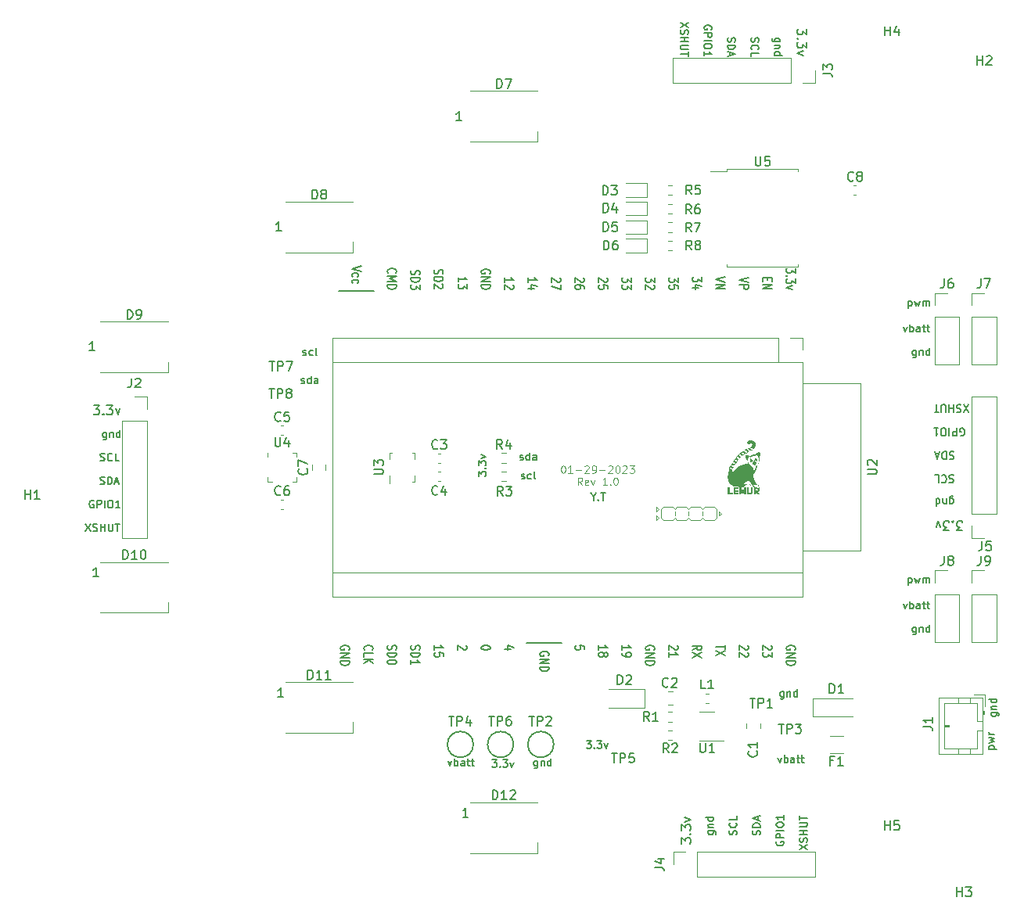
<source format=gbr>
G04 #@! TF.GenerationSoftware,KiCad,Pcbnew,(6.0.7)*
G04 #@! TF.CreationDate,2023-01-30T13:34:12-08:00*
G04 #@! TF.ProjectId,RobotDriver3,526f626f-7444-4726-9976-6572332e6b69,rev?*
G04 #@! TF.SameCoordinates,Original*
G04 #@! TF.FileFunction,Legend,Top*
G04 #@! TF.FilePolarity,Positive*
%FSLAX46Y46*%
G04 Gerber Fmt 4.6, Leading zero omitted, Abs format (unit mm)*
G04 Created by KiCad (PCBNEW (6.0.7)) date 2023-01-30 13:34:12*
%MOMM*%
%LPD*%
G01*
G04 APERTURE LIST*
%ADD10C,0.152400*%
%ADD11C,0.150000*%
%ADD12C,0.125000*%
%ADD13C,0.120000*%
%ADD14C,0.100000*%
G04 APERTURE END LIST*
D10*
X149696838Y-63180647D02*
X149696838Y-63567695D01*
X149425904Y-62754895D02*
X149696838Y-63180647D01*
X149967771Y-62754895D01*
X150238704Y-63490285D02*
X150277409Y-63528990D01*
X150238704Y-63567695D01*
X150200000Y-63528990D01*
X150238704Y-63490285D01*
X150238704Y-63567695D01*
X150509638Y-62754895D02*
X150974095Y-62754895D01*
X150741866Y-63567695D02*
X150741866Y-62754895D01*
X192525828Y-90501504D02*
X193338628Y-90501504D01*
X192564533Y-90501504D02*
X192525828Y-90424095D01*
X192525828Y-90269276D01*
X192564533Y-90191866D01*
X192603238Y-90153161D01*
X192680647Y-90114457D01*
X192912876Y-90114457D01*
X192990285Y-90153161D01*
X193028990Y-90191866D01*
X193067695Y-90269276D01*
X193067695Y-90424095D01*
X193028990Y-90501504D01*
X192525828Y-89843523D02*
X193067695Y-89688704D01*
X192680647Y-89533885D01*
X193067695Y-89379066D01*
X192525828Y-89224247D01*
X193067695Y-88914609D02*
X192525828Y-88914609D01*
X192680647Y-88914609D02*
X192603238Y-88875904D01*
X192564533Y-88837200D01*
X192525828Y-88759790D01*
X192525828Y-88682380D01*
X169846171Y-13916780D02*
X169188190Y-13916780D01*
X169110780Y-13878076D01*
X169072076Y-13839371D01*
X169033371Y-13761961D01*
X169033371Y-13645847D01*
X169072076Y-13568438D01*
X169343009Y-13916780D02*
X169304304Y-13839371D01*
X169304304Y-13684552D01*
X169343009Y-13607142D01*
X169381714Y-13568438D01*
X169459123Y-13529733D01*
X169691352Y-13529733D01*
X169768761Y-13568438D01*
X169807466Y-13607142D01*
X169846171Y-13684552D01*
X169846171Y-13839371D01*
X169807466Y-13916780D01*
X169846171Y-14303828D02*
X169304304Y-14303828D01*
X169768761Y-14303828D02*
X169807466Y-14342533D01*
X169846171Y-14419942D01*
X169846171Y-14536057D01*
X169807466Y-14613466D01*
X169730057Y-14652171D01*
X169304304Y-14652171D01*
X169304304Y-15387561D02*
X170117104Y-15387561D01*
X169343009Y-15387561D02*
X169304304Y-15310152D01*
X169304304Y-15155333D01*
X169343009Y-15077923D01*
X169381714Y-15039219D01*
X169459123Y-15000514D01*
X169691352Y-15000514D01*
X169768761Y-15039219D01*
X169807466Y-15077923D01*
X169846171Y-15155333D01*
X169846171Y-15310152D01*
X169807466Y-15387561D01*
X183770209Y-41989828D02*
X183770209Y-42802628D01*
X183770209Y-42028533D02*
X183847619Y-41989828D01*
X184002438Y-41989828D01*
X184079847Y-42028533D01*
X184118552Y-42067238D01*
X184157257Y-42144647D01*
X184157257Y-42376876D01*
X184118552Y-42454285D01*
X184079847Y-42492990D01*
X184002438Y-42531695D01*
X183847619Y-42531695D01*
X183770209Y-42492990D01*
X184428190Y-41989828D02*
X184583009Y-42531695D01*
X184737828Y-42144647D01*
X184892647Y-42531695D01*
X185047466Y-41989828D01*
X185357104Y-42531695D02*
X185357104Y-41989828D01*
X185357104Y-42067238D02*
X185395809Y-42028533D01*
X185473219Y-41989828D01*
X185589333Y-41989828D01*
X185666742Y-42028533D01*
X185705447Y-42105942D01*
X185705447Y-42531695D01*
X185705447Y-42105942D02*
X185744152Y-42028533D01*
X185821561Y-41989828D01*
X185937676Y-41989828D01*
X186015085Y-42028533D01*
X186053790Y-42105942D01*
X186053790Y-42531695D01*
X192775828Y-86561219D02*
X193433809Y-86561219D01*
X193511219Y-86599923D01*
X193549923Y-86638628D01*
X193588628Y-86716038D01*
X193588628Y-86832152D01*
X193549923Y-86909561D01*
X193278990Y-86561219D02*
X193317695Y-86638628D01*
X193317695Y-86793447D01*
X193278990Y-86870857D01*
X193240285Y-86909561D01*
X193162876Y-86948266D01*
X192930647Y-86948266D01*
X192853238Y-86909561D01*
X192814533Y-86870857D01*
X192775828Y-86793447D01*
X192775828Y-86638628D01*
X192814533Y-86561219D01*
X192775828Y-86174171D02*
X193317695Y-86174171D01*
X192853238Y-86174171D02*
X192814533Y-86135466D01*
X192775828Y-86058057D01*
X192775828Y-85941942D01*
X192814533Y-85864533D01*
X192891942Y-85825828D01*
X193317695Y-85825828D01*
X193317695Y-85090438D02*
X192504895Y-85090438D01*
X193278990Y-85090438D02*
X193317695Y-85167847D01*
X193317695Y-85322666D01*
X193278990Y-85400076D01*
X193240285Y-85438780D01*
X193162876Y-85477485D01*
X192930647Y-85477485D01*
X192853238Y-85438780D01*
X192814533Y-85400076D01*
X192775828Y-85322666D01*
X192775828Y-85167847D01*
X192814533Y-85090438D01*
X95604152Y-63603600D02*
X95526742Y-63564895D01*
X95410628Y-63564895D01*
X95294514Y-63603600D01*
X95217104Y-63681009D01*
X95178400Y-63758419D01*
X95139695Y-63913238D01*
X95139695Y-64029352D01*
X95178400Y-64184171D01*
X95217104Y-64261580D01*
X95294514Y-64338990D01*
X95410628Y-64377695D01*
X95488038Y-64377695D01*
X95604152Y-64338990D01*
X95642857Y-64300285D01*
X95642857Y-64029352D01*
X95488038Y-64029352D01*
X95991200Y-64377695D02*
X95991200Y-63564895D01*
X96300838Y-63564895D01*
X96378247Y-63603600D01*
X96416952Y-63642304D01*
X96455657Y-63719714D01*
X96455657Y-63835828D01*
X96416952Y-63913238D01*
X96378247Y-63951942D01*
X96300838Y-63990647D01*
X95991200Y-63990647D01*
X96804000Y-64377695D02*
X96804000Y-63564895D01*
X97345866Y-63564895D02*
X97500685Y-63564895D01*
X97578095Y-63603600D01*
X97655504Y-63681009D01*
X97694209Y-63835828D01*
X97694209Y-64106761D01*
X97655504Y-64261580D01*
X97578095Y-64338990D01*
X97500685Y-64377695D01*
X97345866Y-64377695D01*
X97268457Y-64338990D01*
X97191047Y-64261580D01*
X97152342Y-64106761D01*
X97152342Y-63835828D01*
X97191047Y-63681009D01*
X97268457Y-63603600D01*
X97345866Y-63564895D01*
X98468304Y-64377695D02*
X98003847Y-64377695D01*
X98236076Y-64377695D02*
X98236076Y-63564895D01*
X98158666Y-63681009D01*
X98081257Y-63758419D01*
X98003847Y-63797123D01*
X143638780Y-91775828D02*
X143638780Y-92433809D01*
X143600076Y-92511219D01*
X143561371Y-92549923D01*
X143483961Y-92588628D01*
X143367847Y-92588628D01*
X143290438Y-92549923D01*
X143638780Y-92278990D02*
X143561371Y-92317695D01*
X143406552Y-92317695D01*
X143329142Y-92278990D01*
X143290438Y-92240285D01*
X143251733Y-92162876D01*
X143251733Y-91930647D01*
X143290438Y-91853238D01*
X143329142Y-91814533D01*
X143406552Y-91775828D01*
X143561371Y-91775828D01*
X143638780Y-91814533D01*
X144025828Y-91775828D02*
X144025828Y-92317695D01*
X144025828Y-91853238D02*
X144064533Y-91814533D01*
X144141942Y-91775828D01*
X144258057Y-91775828D01*
X144335466Y-91814533D01*
X144374171Y-91891942D01*
X144374171Y-92317695D01*
X145109561Y-92317695D02*
X145109561Y-91504895D01*
X145109561Y-92278990D02*
X145032152Y-92317695D01*
X144877333Y-92317695D01*
X144799923Y-92278990D01*
X144761219Y-92240285D01*
X144722514Y-92162876D01*
X144722514Y-91930647D01*
X144761219Y-91853238D01*
X144799923Y-91814533D01*
X144877333Y-91775828D01*
X145032152Y-91775828D01*
X145109561Y-91814533D01*
X118090438Y-50878990D02*
X118167847Y-50917695D01*
X118322666Y-50917695D01*
X118400076Y-50878990D01*
X118438780Y-50801580D01*
X118438780Y-50762876D01*
X118400076Y-50685466D01*
X118322666Y-50646761D01*
X118206552Y-50646761D01*
X118129142Y-50608057D01*
X118090438Y-50530647D01*
X118090438Y-50491942D01*
X118129142Y-50414533D01*
X118206552Y-50375828D01*
X118322666Y-50375828D01*
X118400076Y-50414533D01*
X119135466Y-50917695D02*
X119135466Y-50104895D01*
X119135466Y-50878990D02*
X119058057Y-50917695D01*
X118903238Y-50917695D01*
X118825828Y-50878990D01*
X118787123Y-50840285D01*
X118748419Y-50762876D01*
X118748419Y-50530647D01*
X118787123Y-50453238D01*
X118825828Y-50414533D01*
X118903238Y-50375828D01*
X119058057Y-50375828D01*
X119135466Y-50414533D01*
X119870857Y-50917695D02*
X119870857Y-50491942D01*
X119832152Y-50414533D01*
X119754742Y-50375828D01*
X119599923Y-50375828D01*
X119522514Y-50414533D01*
X119870857Y-50878990D02*
X119793447Y-50917695D01*
X119599923Y-50917695D01*
X119522514Y-50878990D01*
X119483809Y-50801580D01*
X119483809Y-50724171D01*
X119522514Y-50646761D01*
X119599923Y-50608057D01*
X119793447Y-50608057D01*
X119870857Y-50569352D01*
X166803009Y-13510380D02*
X166764304Y-13626495D01*
X166764304Y-13820019D01*
X166803009Y-13897428D01*
X166841714Y-13936133D01*
X166919123Y-13974838D01*
X166996533Y-13974838D01*
X167073942Y-13936133D01*
X167112647Y-13897428D01*
X167151352Y-13820019D01*
X167190057Y-13665200D01*
X167228761Y-13587790D01*
X167267466Y-13549085D01*
X167344876Y-13510380D01*
X167422285Y-13510380D01*
X167499695Y-13549085D01*
X167538400Y-13587790D01*
X167577104Y-13665200D01*
X167577104Y-13858723D01*
X167538400Y-13974838D01*
X166841714Y-14787638D02*
X166803009Y-14748933D01*
X166764304Y-14632819D01*
X166764304Y-14555409D01*
X166803009Y-14439295D01*
X166880419Y-14361885D01*
X166957828Y-14323180D01*
X167112647Y-14284476D01*
X167228761Y-14284476D01*
X167383580Y-14323180D01*
X167460990Y-14361885D01*
X167538400Y-14439295D01*
X167577104Y-14555409D01*
X167577104Y-14632819D01*
X167538400Y-14748933D01*
X167499695Y-14787638D01*
X166764304Y-15523028D02*
X166764304Y-15135980D01*
X167577104Y-15135980D01*
X94730876Y-66104895D02*
X95272742Y-66917695D01*
X95272742Y-66104895D02*
X94730876Y-66917695D01*
X95543676Y-66878990D02*
X95659790Y-66917695D01*
X95853314Y-66917695D01*
X95930723Y-66878990D01*
X95969428Y-66840285D01*
X96008133Y-66762876D01*
X96008133Y-66685466D01*
X95969428Y-66608057D01*
X95930723Y-66569352D01*
X95853314Y-66530647D01*
X95698495Y-66491942D01*
X95621085Y-66453238D01*
X95582380Y-66414533D01*
X95543676Y-66337123D01*
X95543676Y-66259714D01*
X95582380Y-66182304D01*
X95621085Y-66143600D01*
X95698495Y-66104895D01*
X95892019Y-66104895D01*
X96008133Y-66143600D01*
X96356476Y-66917695D02*
X96356476Y-66104895D01*
X96356476Y-66491942D02*
X96820933Y-66491942D01*
X96820933Y-66917695D02*
X96820933Y-66104895D01*
X97207980Y-66104895D02*
X97207980Y-66762876D01*
X97246685Y-66840285D01*
X97285390Y-66878990D01*
X97362800Y-66917695D01*
X97517619Y-66917695D01*
X97595028Y-66878990D01*
X97633733Y-66840285D01*
X97672438Y-66762876D01*
X97672438Y-66104895D01*
X97943371Y-66104895D02*
X98407828Y-66104895D01*
X98175600Y-66917695D02*
X98175600Y-66104895D01*
X162458400Y-12600152D02*
X162497104Y-12522742D01*
X162497104Y-12406628D01*
X162458400Y-12290514D01*
X162380990Y-12213104D01*
X162303580Y-12174400D01*
X162148761Y-12135695D01*
X162032647Y-12135695D01*
X161877828Y-12174400D01*
X161800419Y-12213104D01*
X161723009Y-12290514D01*
X161684304Y-12406628D01*
X161684304Y-12484038D01*
X161723009Y-12600152D01*
X161761714Y-12638857D01*
X162032647Y-12638857D01*
X162032647Y-12484038D01*
X161684304Y-12987200D02*
X162497104Y-12987200D01*
X162497104Y-13296838D01*
X162458400Y-13374247D01*
X162419695Y-13412952D01*
X162342285Y-13451657D01*
X162226171Y-13451657D01*
X162148761Y-13412952D01*
X162110057Y-13374247D01*
X162071352Y-13296838D01*
X162071352Y-12987200D01*
X161684304Y-13800000D02*
X162497104Y-13800000D01*
X162497104Y-14341866D02*
X162497104Y-14496685D01*
X162458400Y-14574095D01*
X162380990Y-14651504D01*
X162226171Y-14690209D01*
X161955238Y-14690209D01*
X161800419Y-14651504D01*
X161723009Y-14574095D01*
X161684304Y-14496685D01*
X161684304Y-14341866D01*
X161723009Y-14264457D01*
X161800419Y-14187047D01*
X161955238Y-14148342D01*
X162226171Y-14148342D01*
X162380990Y-14187047D01*
X162458400Y-14264457D01*
X162497104Y-14341866D01*
X161684304Y-15464304D02*
X161684304Y-14999847D01*
X161684304Y-15232076D02*
X162497104Y-15232076D01*
X162380990Y-15154666D01*
X162303580Y-15077257D01*
X162264876Y-14999847D01*
X188692971Y-58345009D02*
X188576857Y-58306304D01*
X188383333Y-58306304D01*
X188305923Y-58345009D01*
X188267219Y-58383714D01*
X188228514Y-58461123D01*
X188228514Y-58538533D01*
X188267219Y-58615942D01*
X188305923Y-58654647D01*
X188383333Y-58693352D01*
X188538152Y-58732057D01*
X188615561Y-58770761D01*
X188654266Y-58809466D01*
X188692971Y-58886876D01*
X188692971Y-58964285D01*
X188654266Y-59041695D01*
X188615561Y-59080400D01*
X188538152Y-59119104D01*
X188344628Y-59119104D01*
X188228514Y-59080400D01*
X187880171Y-58306304D02*
X187880171Y-59119104D01*
X187686647Y-59119104D01*
X187570533Y-59080400D01*
X187493123Y-59002990D01*
X187454419Y-58925580D01*
X187415714Y-58770761D01*
X187415714Y-58654647D01*
X187454419Y-58499828D01*
X187493123Y-58422419D01*
X187570533Y-58345009D01*
X187686647Y-58306304D01*
X187880171Y-58306304D01*
X187106076Y-58538533D02*
X186719028Y-58538533D01*
X187183485Y-58306304D02*
X186912552Y-59119104D01*
X186641619Y-58306304D01*
X138738857Y-91654895D02*
X139242019Y-91654895D01*
X138971085Y-91964533D01*
X139087200Y-91964533D01*
X139164609Y-92003238D01*
X139203314Y-92041942D01*
X139242019Y-92119352D01*
X139242019Y-92312876D01*
X139203314Y-92390285D01*
X139164609Y-92428990D01*
X139087200Y-92467695D01*
X138854971Y-92467695D01*
X138777561Y-92428990D01*
X138738857Y-92390285D01*
X139590361Y-92390285D02*
X139629066Y-92428990D01*
X139590361Y-92467695D01*
X139551657Y-92428990D01*
X139590361Y-92390285D01*
X139590361Y-92467695D01*
X139900000Y-91654895D02*
X140403161Y-91654895D01*
X140132228Y-91964533D01*
X140248342Y-91964533D01*
X140325752Y-92003238D01*
X140364457Y-92041942D01*
X140403161Y-92119352D01*
X140403161Y-92312876D01*
X140364457Y-92390285D01*
X140325752Y-92428990D01*
X140248342Y-92467695D01*
X140016114Y-92467695D01*
X139938704Y-92428990D01*
X139900000Y-92390285D01*
X140674095Y-91925828D02*
X140867619Y-92467695D01*
X141061142Y-91925828D01*
X167714990Y-99792971D02*
X167753695Y-99676857D01*
X167753695Y-99483333D01*
X167714990Y-99405923D01*
X167676285Y-99367219D01*
X167598876Y-99328514D01*
X167521466Y-99328514D01*
X167444057Y-99367219D01*
X167405352Y-99405923D01*
X167366647Y-99483333D01*
X167327942Y-99638152D01*
X167289238Y-99715561D01*
X167250533Y-99754266D01*
X167173123Y-99792971D01*
X167095714Y-99792971D01*
X167018304Y-99754266D01*
X166979600Y-99715561D01*
X166940895Y-99638152D01*
X166940895Y-99444628D01*
X166979600Y-99328514D01*
X167753695Y-98980171D02*
X166940895Y-98980171D01*
X166940895Y-98786647D01*
X166979600Y-98670533D01*
X167057009Y-98593123D01*
X167134419Y-98554419D01*
X167289238Y-98515714D01*
X167405352Y-98515714D01*
X167560171Y-98554419D01*
X167637580Y-98593123D01*
X167714990Y-98670533D01*
X167753695Y-98786647D01*
X167753695Y-98980171D01*
X167521466Y-98206076D02*
X167521466Y-97819028D01*
X167753695Y-98283485D02*
X166940895Y-98012552D01*
X167753695Y-97741619D01*
X148938857Y-89604895D02*
X149442019Y-89604895D01*
X149171085Y-89914533D01*
X149287200Y-89914533D01*
X149364609Y-89953238D01*
X149403314Y-89991942D01*
X149442019Y-90069352D01*
X149442019Y-90262876D01*
X149403314Y-90340285D01*
X149364609Y-90378990D01*
X149287200Y-90417695D01*
X149054971Y-90417695D01*
X148977561Y-90378990D01*
X148938857Y-90340285D01*
X149790361Y-90340285D02*
X149829066Y-90378990D01*
X149790361Y-90417695D01*
X149751657Y-90378990D01*
X149790361Y-90340285D01*
X149790361Y-90417695D01*
X150100000Y-89604895D02*
X150603161Y-89604895D01*
X150332228Y-89914533D01*
X150448342Y-89914533D01*
X150525752Y-89953238D01*
X150564457Y-89991942D01*
X150603161Y-90069352D01*
X150603161Y-90262876D01*
X150564457Y-90340285D01*
X150525752Y-90378990D01*
X150448342Y-90417695D01*
X150216114Y-90417695D01*
X150138704Y-90378990D01*
X150100000Y-90340285D01*
X150874095Y-89875828D02*
X151067619Y-90417695D01*
X151261142Y-89875828D01*
X169519600Y-100513847D02*
X169480895Y-100591257D01*
X169480895Y-100707371D01*
X169519600Y-100823485D01*
X169597009Y-100900895D01*
X169674419Y-100939600D01*
X169829238Y-100978304D01*
X169945352Y-100978304D01*
X170100171Y-100939600D01*
X170177580Y-100900895D01*
X170254990Y-100823485D01*
X170293695Y-100707371D01*
X170293695Y-100629961D01*
X170254990Y-100513847D01*
X170216285Y-100475142D01*
X169945352Y-100475142D01*
X169945352Y-100629961D01*
X170293695Y-100126800D02*
X169480895Y-100126800D01*
X169480895Y-99817161D01*
X169519600Y-99739752D01*
X169558304Y-99701047D01*
X169635714Y-99662342D01*
X169751828Y-99662342D01*
X169829238Y-99701047D01*
X169867942Y-99739752D01*
X169906647Y-99817161D01*
X169906647Y-100126800D01*
X170293695Y-99314000D02*
X169480895Y-99314000D01*
X169480895Y-98772133D02*
X169480895Y-98617314D01*
X169519600Y-98539904D01*
X169597009Y-98462495D01*
X169751828Y-98423790D01*
X170022761Y-98423790D01*
X170177580Y-98462495D01*
X170254990Y-98539904D01*
X170293695Y-98617314D01*
X170293695Y-98772133D01*
X170254990Y-98849542D01*
X170177580Y-98926952D01*
X170022761Y-98965657D01*
X169751828Y-98965657D01*
X169597009Y-98926952D01*
X169519600Y-98849542D01*
X169480895Y-98772133D01*
X170293695Y-97649695D02*
X170293695Y-98114152D01*
X170293695Y-97881923D02*
X169480895Y-97881923D01*
X169597009Y-97959333D01*
X169674419Y-98036742D01*
X169713123Y-98114152D01*
X133956628Y-91775828D02*
X134150152Y-92317695D01*
X134343676Y-91775828D01*
X134653314Y-92317695D02*
X134653314Y-91504895D01*
X134653314Y-91814533D02*
X134730723Y-91775828D01*
X134885542Y-91775828D01*
X134962952Y-91814533D01*
X135001657Y-91853238D01*
X135040361Y-91930647D01*
X135040361Y-92162876D01*
X135001657Y-92240285D01*
X134962952Y-92278990D01*
X134885542Y-92317695D01*
X134730723Y-92317695D01*
X134653314Y-92278990D01*
X135737047Y-92317695D02*
X135737047Y-91891942D01*
X135698342Y-91814533D01*
X135620933Y-91775828D01*
X135466114Y-91775828D01*
X135388704Y-91814533D01*
X135737047Y-92278990D02*
X135659638Y-92317695D01*
X135466114Y-92317695D01*
X135388704Y-92278990D01*
X135350000Y-92201580D01*
X135350000Y-92124171D01*
X135388704Y-92046761D01*
X135466114Y-92008057D01*
X135659638Y-92008057D01*
X135737047Y-91969352D01*
X136007980Y-91775828D02*
X136317619Y-91775828D01*
X136124095Y-91504895D02*
X136124095Y-92201580D01*
X136162800Y-92278990D01*
X136240209Y-92317695D01*
X136317619Y-92317695D01*
X136472438Y-91775828D02*
X136782076Y-91775828D01*
X136588552Y-91504895D02*
X136588552Y-92201580D01*
X136627257Y-92278990D01*
X136704666Y-92317695D01*
X136782076Y-92317695D01*
X189413847Y-56540400D02*
X189491257Y-56579104D01*
X189607371Y-56579104D01*
X189723485Y-56540400D01*
X189800895Y-56462990D01*
X189839600Y-56385580D01*
X189878304Y-56230761D01*
X189878304Y-56114647D01*
X189839600Y-55959828D01*
X189800895Y-55882419D01*
X189723485Y-55805009D01*
X189607371Y-55766304D01*
X189529961Y-55766304D01*
X189413847Y-55805009D01*
X189375142Y-55843714D01*
X189375142Y-56114647D01*
X189529961Y-56114647D01*
X189026800Y-55766304D02*
X189026800Y-56579104D01*
X188717161Y-56579104D01*
X188639752Y-56540400D01*
X188601047Y-56501695D01*
X188562342Y-56424285D01*
X188562342Y-56308171D01*
X188601047Y-56230761D01*
X188639752Y-56192057D01*
X188717161Y-56153352D01*
X189026800Y-56153352D01*
X188214000Y-55766304D02*
X188214000Y-56579104D01*
X187672133Y-56579104D02*
X187517314Y-56579104D01*
X187439904Y-56540400D01*
X187362495Y-56462990D01*
X187323790Y-56308171D01*
X187323790Y-56037238D01*
X187362495Y-55882419D01*
X187439904Y-55805009D01*
X187517314Y-55766304D01*
X187672133Y-55766304D01*
X187749542Y-55805009D01*
X187826952Y-55882419D01*
X187865657Y-56037238D01*
X187865657Y-56308171D01*
X187826952Y-56462990D01*
X187749542Y-56540400D01*
X187672133Y-56579104D01*
X186549695Y-55766304D02*
X187014152Y-55766304D01*
X186781923Y-55766304D02*
X186781923Y-56579104D01*
X186859333Y-56462990D01*
X186936742Y-56385580D01*
X187014152Y-56346876D01*
X190287123Y-54039104D02*
X189745257Y-53226304D01*
X189745257Y-54039104D02*
X190287123Y-53226304D01*
X189474323Y-53265009D02*
X189358209Y-53226304D01*
X189164685Y-53226304D01*
X189087276Y-53265009D01*
X189048571Y-53303714D01*
X189009866Y-53381123D01*
X189009866Y-53458533D01*
X189048571Y-53535942D01*
X189087276Y-53574647D01*
X189164685Y-53613352D01*
X189319504Y-53652057D01*
X189396914Y-53690761D01*
X189435619Y-53729466D01*
X189474323Y-53806876D01*
X189474323Y-53884285D01*
X189435619Y-53961695D01*
X189396914Y-54000400D01*
X189319504Y-54039104D01*
X189125980Y-54039104D01*
X189009866Y-54000400D01*
X188661523Y-53226304D02*
X188661523Y-54039104D01*
X188661523Y-53652057D02*
X188197066Y-53652057D01*
X188197066Y-53226304D02*
X188197066Y-54039104D01*
X187810019Y-54039104D02*
X187810019Y-53381123D01*
X187771314Y-53303714D01*
X187732609Y-53265009D01*
X187655200Y-53226304D01*
X187500380Y-53226304D01*
X187422971Y-53265009D01*
X187384266Y-53303714D01*
X187345561Y-53381123D01*
X187345561Y-54039104D01*
X187074628Y-54039104D02*
X186610171Y-54039104D01*
X186842400Y-53226304D02*
X186842400Y-54039104D01*
X183770209Y-71961828D02*
X183770209Y-72774628D01*
X183770209Y-72000533D02*
X183847619Y-71961828D01*
X184002438Y-71961828D01*
X184079847Y-72000533D01*
X184118552Y-72039238D01*
X184157257Y-72116647D01*
X184157257Y-72348876D01*
X184118552Y-72426285D01*
X184079847Y-72464990D01*
X184002438Y-72503695D01*
X183847619Y-72503695D01*
X183770209Y-72464990D01*
X184428190Y-71961828D02*
X184583009Y-72503695D01*
X184737828Y-72116647D01*
X184892647Y-72503695D01*
X185047466Y-71961828D01*
X185357104Y-72503695D02*
X185357104Y-71961828D01*
X185357104Y-72039238D02*
X185395809Y-72000533D01*
X185473219Y-71961828D01*
X185589333Y-71961828D01*
X185666742Y-72000533D01*
X185705447Y-72077942D01*
X185705447Y-72503695D01*
X185705447Y-72077942D02*
X185744152Y-72000533D01*
X185821561Y-71961828D01*
X185937676Y-71961828D01*
X186015085Y-72000533D01*
X186053790Y-72077942D01*
X186053790Y-72503695D01*
X141914609Y-61228990D02*
X141992019Y-61267695D01*
X142146838Y-61267695D01*
X142224247Y-61228990D01*
X142262952Y-61151580D01*
X142262952Y-61112876D01*
X142224247Y-61035466D01*
X142146838Y-60996761D01*
X142030723Y-60996761D01*
X141953314Y-60958057D01*
X141914609Y-60880647D01*
X141914609Y-60841942D01*
X141953314Y-60764533D01*
X142030723Y-60725828D01*
X142146838Y-60725828D01*
X142224247Y-60764533D01*
X142959638Y-61228990D02*
X142882228Y-61267695D01*
X142727409Y-61267695D01*
X142650000Y-61228990D01*
X142611295Y-61190285D01*
X142572590Y-61112876D01*
X142572590Y-60880647D01*
X142611295Y-60803238D01*
X142650000Y-60764533D01*
X142727409Y-60725828D01*
X142882228Y-60725828D01*
X142959638Y-60764533D01*
X143424095Y-61267695D02*
X143346685Y-61228990D01*
X143307980Y-61151580D01*
X143307980Y-60454895D01*
X137254895Y-60961142D02*
X137254895Y-60457980D01*
X137564533Y-60728914D01*
X137564533Y-60612800D01*
X137603238Y-60535390D01*
X137641942Y-60496685D01*
X137719352Y-60457980D01*
X137912876Y-60457980D01*
X137990285Y-60496685D01*
X138028990Y-60535390D01*
X138067695Y-60612800D01*
X138067695Y-60845028D01*
X138028990Y-60922438D01*
X137990285Y-60961142D01*
X137990285Y-60109638D02*
X138028990Y-60070933D01*
X138067695Y-60109638D01*
X138028990Y-60148342D01*
X137990285Y-60109638D01*
X138067695Y-60109638D01*
X137254895Y-59800000D02*
X137254895Y-59296838D01*
X137564533Y-59567771D01*
X137564533Y-59451657D01*
X137603238Y-59374247D01*
X137641942Y-59335542D01*
X137719352Y-59296838D01*
X137912876Y-59296838D01*
X137990285Y-59335542D01*
X138028990Y-59374247D01*
X138067695Y-59451657D01*
X138067695Y-59683885D01*
X138028990Y-59761295D01*
X137990285Y-59800000D01*
X137525828Y-59025904D02*
X138067695Y-58832380D01*
X137525828Y-58638857D01*
X118264609Y-47828990D02*
X118342019Y-47867695D01*
X118496838Y-47867695D01*
X118574247Y-47828990D01*
X118612952Y-47751580D01*
X118612952Y-47712876D01*
X118574247Y-47635466D01*
X118496838Y-47596761D01*
X118380723Y-47596761D01*
X118303314Y-47558057D01*
X118264609Y-47480647D01*
X118264609Y-47441942D01*
X118303314Y-47364533D01*
X118380723Y-47325828D01*
X118496838Y-47325828D01*
X118574247Y-47364533D01*
X119309638Y-47828990D02*
X119232228Y-47867695D01*
X119077409Y-47867695D01*
X119000000Y-47828990D01*
X118961295Y-47790285D01*
X118922590Y-47712876D01*
X118922590Y-47480647D01*
X118961295Y-47403238D01*
X119000000Y-47364533D01*
X119077409Y-47325828D01*
X119232228Y-47325828D01*
X119309638Y-47364533D01*
X119774095Y-47867695D02*
X119696685Y-47828990D01*
X119657980Y-47751580D01*
X119657980Y-47054895D01*
X96344380Y-59258990D02*
X96460495Y-59297695D01*
X96654019Y-59297695D01*
X96731428Y-59258990D01*
X96770133Y-59220285D01*
X96808838Y-59142876D01*
X96808838Y-59065466D01*
X96770133Y-58988057D01*
X96731428Y-58949352D01*
X96654019Y-58910647D01*
X96499200Y-58871942D01*
X96421790Y-58833238D01*
X96383085Y-58794533D01*
X96344380Y-58717123D01*
X96344380Y-58639714D01*
X96383085Y-58562304D01*
X96421790Y-58523600D01*
X96499200Y-58484895D01*
X96692723Y-58484895D01*
X96808838Y-58523600D01*
X97621638Y-59220285D02*
X97582933Y-59258990D01*
X97466819Y-59297695D01*
X97389409Y-59297695D01*
X97273295Y-59258990D01*
X97195885Y-59181580D01*
X97157180Y-59104171D01*
X97118476Y-58949352D01*
X97118476Y-58833238D01*
X97157180Y-58678419D01*
X97195885Y-58601009D01*
X97273295Y-58523600D01*
X97389409Y-58484895D01*
X97466819Y-58484895D01*
X97582933Y-58523600D01*
X97621638Y-58562304D01*
X98357028Y-59297695D02*
X97969980Y-59297695D01*
X97969980Y-58484895D01*
X184604780Y-47323828D02*
X184604780Y-47981809D01*
X184566076Y-48059219D01*
X184527371Y-48097923D01*
X184449961Y-48136628D01*
X184333847Y-48136628D01*
X184256438Y-48097923D01*
X184604780Y-47826990D02*
X184527371Y-47865695D01*
X184372552Y-47865695D01*
X184295142Y-47826990D01*
X184256438Y-47788285D01*
X184217733Y-47710876D01*
X184217733Y-47478647D01*
X184256438Y-47401238D01*
X184295142Y-47362533D01*
X184372552Y-47323828D01*
X184527371Y-47323828D01*
X184604780Y-47362533D01*
X184991828Y-47323828D02*
X184991828Y-47865695D01*
X184991828Y-47401238D02*
X185030533Y-47362533D01*
X185107942Y-47323828D01*
X185224057Y-47323828D01*
X185301466Y-47362533D01*
X185340171Y-47439942D01*
X185340171Y-47865695D01*
X186075561Y-47865695D02*
X186075561Y-47052895D01*
X186075561Y-47826990D02*
X185998152Y-47865695D01*
X185843333Y-47865695D01*
X185765923Y-47826990D01*
X185727219Y-47788285D01*
X185688514Y-47710876D01*
X185688514Y-47478647D01*
X185727219Y-47401238D01*
X185765923Y-47362533D01*
X185843333Y-47323828D01*
X185998152Y-47323828D01*
X186075561Y-47362533D01*
X188673619Y-60885009D02*
X188557504Y-60846304D01*
X188363980Y-60846304D01*
X188286571Y-60885009D01*
X188247866Y-60923714D01*
X188209161Y-61001123D01*
X188209161Y-61078533D01*
X188247866Y-61155942D01*
X188286571Y-61194647D01*
X188363980Y-61233352D01*
X188518800Y-61272057D01*
X188596209Y-61310761D01*
X188634914Y-61349466D01*
X188673619Y-61426876D01*
X188673619Y-61504285D01*
X188634914Y-61581695D01*
X188596209Y-61620400D01*
X188518800Y-61659104D01*
X188325276Y-61659104D01*
X188209161Y-61620400D01*
X187396361Y-60923714D02*
X187435066Y-60885009D01*
X187551180Y-60846304D01*
X187628590Y-60846304D01*
X187744704Y-60885009D01*
X187822114Y-60962419D01*
X187860819Y-61039828D01*
X187899523Y-61194647D01*
X187899523Y-61310761D01*
X187860819Y-61465580D01*
X187822114Y-61542990D01*
X187744704Y-61620400D01*
X187628590Y-61659104D01*
X187551180Y-61659104D01*
X187435066Y-61620400D01*
X187396361Y-61581695D01*
X186660971Y-60846304D02*
X187048019Y-60846304D01*
X187048019Y-61659104D01*
X184604780Y-77295828D02*
X184604780Y-77953809D01*
X184566076Y-78031219D01*
X184527371Y-78069923D01*
X184449961Y-78108628D01*
X184333847Y-78108628D01*
X184256438Y-78069923D01*
X184604780Y-77798990D02*
X184527371Y-77837695D01*
X184372552Y-77837695D01*
X184295142Y-77798990D01*
X184256438Y-77760285D01*
X184217733Y-77682876D01*
X184217733Y-77450647D01*
X184256438Y-77373238D01*
X184295142Y-77334533D01*
X184372552Y-77295828D01*
X184527371Y-77295828D01*
X184604780Y-77334533D01*
X184991828Y-77295828D02*
X184991828Y-77837695D01*
X184991828Y-77373238D02*
X185030533Y-77334533D01*
X185107942Y-77295828D01*
X185224057Y-77295828D01*
X185301466Y-77334533D01*
X185340171Y-77411942D01*
X185340171Y-77837695D01*
X186075561Y-77837695D02*
X186075561Y-77024895D01*
X186075561Y-77798990D02*
X185998152Y-77837695D01*
X185843333Y-77837695D01*
X185765923Y-77798990D01*
X185727219Y-77760285D01*
X185688514Y-77682876D01*
X185688514Y-77450647D01*
X185727219Y-77373238D01*
X185765923Y-77334533D01*
X185843333Y-77295828D01*
X185998152Y-77295828D01*
X186075561Y-77334533D01*
D11*
X95599428Y-53300380D02*
X96218476Y-53300380D01*
X95885142Y-53681333D01*
X96028000Y-53681333D01*
X96123238Y-53728952D01*
X96170857Y-53776571D01*
X96218476Y-53871809D01*
X96218476Y-54109904D01*
X96170857Y-54205142D01*
X96123238Y-54252761D01*
X96028000Y-54300380D01*
X95742285Y-54300380D01*
X95647047Y-54252761D01*
X95599428Y-54205142D01*
X96647047Y-54205142D02*
X96694666Y-54252761D01*
X96647047Y-54300380D01*
X96599428Y-54252761D01*
X96647047Y-54205142D01*
X96647047Y-54300380D01*
X97028000Y-53300380D02*
X97647047Y-53300380D01*
X97313714Y-53681333D01*
X97456571Y-53681333D01*
X97551809Y-53728952D01*
X97599428Y-53776571D01*
X97647047Y-53871809D01*
X97647047Y-54109904D01*
X97599428Y-54205142D01*
X97551809Y-54252761D01*
X97456571Y-54300380D01*
X97170857Y-54300380D01*
X97075619Y-54252761D01*
X97028000Y-54205142D01*
X97980380Y-53633714D02*
X98218476Y-54300380D01*
X98456571Y-53633714D01*
X159218380Y-100742571D02*
X159218380Y-100123523D01*
X159599333Y-100456857D01*
X159599333Y-100314000D01*
X159646952Y-100218761D01*
X159694571Y-100171142D01*
X159789809Y-100123523D01*
X160027904Y-100123523D01*
X160123142Y-100171142D01*
X160170761Y-100218761D01*
X160218380Y-100314000D01*
X160218380Y-100599714D01*
X160170761Y-100694952D01*
X160123142Y-100742571D01*
X160123142Y-99694952D02*
X160170761Y-99647333D01*
X160218380Y-99694952D01*
X160170761Y-99742571D01*
X160123142Y-99694952D01*
X160218380Y-99694952D01*
X159218380Y-99314000D02*
X159218380Y-98694952D01*
X159599333Y-99028285D01*
X159599333Y-98885428D01*
X159646952Y-98790190D01*
X159694571Y-98742571D01*
X159789809Y-98694952D01*
X160027904Y-98694952D01*
X160123142Y-98742571D01*
X160170761Y-98790190D01*
X160218380Y-98885428D01*
X160218380Y-99171142D01*
X160170761Y-99266380D01*
X160123142Y-99314000D01*
X159551714Y-98361619D02*
X160218380Y-98123523D01*
X159551714Y-97885428D01*
X189642571Y-66841619D02*
X189023523Y-66841619D01*
X189356857Y-66460666D01*
X189214000Y-66460666D01*
X189118761Y-66413047D01*
X189071142Y-66365428D01*
X189023523Y-66270190D01*
X189023523Y-66032095D01*
X189071142Y-65936857D01*
X189118761Y-65889238D01*
X189214000Y-65841619D01*
X189499714Y-65841619D01*
X189594952Y-65889238D01*
X189642571Y-65936857D01*
X188594952Y-65936857D02*
X188547333Y-65889238D01*
X188594952Y-65841619D01*
X188642571Y-65889238D01*
X188594952Y-65936857D01*
X188594952Y-65841619D01*
X188214000Y-66841619D02*
X187594952Y-66841619D01*
X187928285Y-66460666D01*
X187785428Y-66460666D01*
X187690190Y-66413047D01*
X187642571Y-66365428D01*
X187594952Y-66270190D01*
X187594952Y-66032095D01*
X187642571Y-65936857D01*
X187690190Y-65889238D01*
X187785428Y-65841619D01*
X188071142Y-65841619D01*
X188166380Y-65889238D01*
X188214000Y-65936857D01*
X187261619Y-66508285D02*
X187023523Y-65841619D01*
X186785428Y-66508285D01*
D10*
X141740438Y-59178990D02*
X141817847Y-59217695D01*
X141972666Y-59217695D01*
X142050076Y-59178990D01*
X142088780Y-59101580D01*
X142088780Y-59062876D01*
X142050076Y-58985466D01*
X141972666Y-58946761D01*
X141856552Y-58946761D01*
X141779142Y-58908057D01*
X141740438Y-58830647D01*
X141740438Y-58791942D01*
X141779142Y-58714533D01*
X141856552Y-58675828D01*
X141972666Y-58675828D01*
X142050076Y-58714533D01*
X142785466Y-59217695D02*
X142785466Y-58404895D01*
X142785466Y-59178990D02*
X142708057Y-59217695D01*
X142553238Y-59217695D01*
X142475828Y-59178990D01*
X142437123Y-59140285D01*
X142398419Y-59062876D01*
X142398419Y-58830647D01*
X142437123Y-58753238D01*
X142475828Y-58714533D01*
X142553238Y-58675828D01*
X142708057Y-58675828D01*
X142785466Y-58714533D01*
X143520857Y-59217695D02*
X143520857Y-58791942D01*
X143482152Y-58714533D01*
X143404742Y-58675828D01*
X143249923Y-58675828D01*
X143172514Y-58714533D01*
X143520857Y-59178990D02*
X143443447Y-59217695D01*
X143249923Y-59217695D01*
X143172514Y-59178990D01*
X143133809Y-59101580D01*
X143133809Y-59024171D01*
X143172514Y-58946761D01*
X143249923Y-58908057D01*
X143443447Y-58908057D01*
X143520857Y-58869352D01*
X188267219Y-63928171D02*
X188267219Y-63270190D01*
X188305923Y-63192780D01*
X188344628Y-63154076D01*
X188422038Y-63115371D01*
X188538152Y-63115371D01*
X188615561Y-63154076D01*
X188267219Y-63425009D02*
X188344628Y-63386304D01*
X188499447Y-63386304D01*
X188576857Y-63425009D01*
X188615561Y-63463714D01*
X188654266Y-63541123D01*
X188654266Y-63773352D01*
X188615561Y-63850761D01*
X188576857Y-63889466D01*
X188499447Y-63928171D01*
X188344628Y-63928171D01*
X188267219Y-63889466D01*
X187880171Y-63928171D02*
X187880171Y-63386304D01*
X187880171Y-63850761D02*
X187841466Y-63889466D01*
X187764057Y-63928171D01*
X187647942Y-63928171D01*
X187570533Y-63889466D01*
X187531828Y-63812057D01*
X187531828Y-63386304D01*
X186796438Y-63386304D02*
X186796438Y-64199104D01*
X186796438Y-63425009D02*
X186873847Y-63386304D01*
X187028666Y-63386304D01*
X187106076Y-63425009D01*
X187144780Y-63463714D01*
X187183485Y-63541123D01*
X187183485Y-63773352D01*
X187144780Y-63850761D01*
X187106076Y-63889466D01*
X187028666Y-63928171D01*
X186873847Y-63928171D01*
X186796438Y-63889466D01*
X183264628Y-74755828D02*
X183458152Y-75297695D01*
X183651676Y-74755828D01*
X183961314Y-75297695D02*
X183961314Y-74484895D01*
X183961314Y-74794533D02*
X184038723Y-74755828D01*
X184193542Y-74755828D01*
X184270952Y-74794533D01*
X184309657Y-74833238D01*
X184348361Y-74910647D01*
X184348361Y-75142876D01*
X184309657Y-75220285D01*
X184270952Y-75258990D01*
X184193542Y-75297695D01*
X184038723Y-75297695D01*
X183961314Y-75258990D01*
X185045047Y-75297695D02*
X185045047Y-74871942D01*
X185006342Y-74794533D01*
X184928933Y-74755828D01*
X184774114Y-74755828D01*
X184696704Y-74794533D01*
X185045047Y-75258990D02*
X184967638Y-75297695D01*
X184774114Y-75297695D01*
X184696704Y-75258990D01*
X184658000Y-75181580D01*
X184658000Y-75104171D01*
X184696704Y-75026761D01*
X184774114Y-74988057D01*
X184967638Y-74988057D01*
X185045047Y-74949352D01*
X185315980Y-74755828D02*
X185625619Y-74755828D01*
X185432095Y-74484895D02*
X185432095Y-75181580D01*
X185470800Y-75258990D01*
X185548209Y-75297695D01*
X185625619Y-75297695D01*
X185780438Y-74755828D02*
X186090076Y-74755828D01*
X185896552Y-74484895D02*
X185896552Y-75181580D01*
X185935257Y-75258990D01*
X186012666Y-75297695D01*
X186090076Y-75297695D01*
X183264628Y-44783828D02*
X183458152Y-45325695D01*
X183651676Y-44783828D01*
X183961314Y-45325695D02*
X183961314Y-44512895D01*
X183961314Y-44822533D02*
X184038723Y-44783828D01*
X184193542Y-44783828D01*
X184270952Y-44822533D01*
X184309657Y-44861238D01*
X184348361Y-44938647D01*
X184348361Y-45170876D01*
X184309657Y-45248285D01*
X184270952Y-45286990D01*
X184193542Y-45325695D01*
X184038723Y-45325695D01*
X183961314Y-45286990D01*
X185045047Y-45325695D02*
X185045047Y-44899942D01*
X185006342Y-44822533D01*
X184928933Y-44783828D01*
X184774114Y-44783828D01*
X184696704Y-44822533D01*
X185045047Y-45286990D02*
X184967638Y-45325695D01*
X184774114Y-45325695D01*
X184696704Y-45286990D01*
X184658000Y-45209580D01*
X184658000Y-45132171D01*
X184696704Y-45054761D01*
X184774114Y-45016057D01*
X184967638Y-45016057D01*
X185045047Y-44977352D01*
X185315980Y-44783828D02*
X185625619Y-44783828D01*
X185432095Y-44512895D02*
X185432095Y-45209580D01*
X185470800Y-45286990D01*
X185548209Y-45325695D01*
X185625619Y-45325695D01*
X185780438Y-44783828D02*
X186090076Y-44783828D01*
X185896552Y-44512895D02*
X185896552Y-45209580D01*
X185935257Y-45286990D01*
X186012666Y-45325695D01*
X186090076Y-45325695D01*
D12*
X146395638Y-59800591D02*
X146473047Y-59800591D01*
X146550457Y-59839296D01*
X146589161Y-59878000D01*
X146627866Y-59955410D01*
X146666571Y-60110229D01*
X146666571Y-60303753D01*
X146627866Y-60458572D01*
X146589161Y-60535981D01*
X146550457Y-60574686D01*
X146473047Y-60613391D01*
X146395638Y-60613391D01*
X146318228Y-60574686D01*
X146279523Y-60535981D01*
X146240819Y-60458572D01*
X146202114Y-60303753D01*
X146202114Y-60110229D01*
X146240819Y-59955410D01*
X146279523Y-59878000D01*
X146318228Y-59839296D01*
X146395638Y-59800591D01*
X147440666Y-60613391D02*
X146976209Y-60613391D01*
X147208438Y-60613391D02*
X147208438Y-59800591D01*
X147131028Y-59916705D01*
X147053619Y-59994115D01*
X146976209Y-60032819D01*
X147789009Y-60303753D02*
X148408285Y-60303753D01*
X148756628Y-59878000D02*
X148795333Y-59839296D01*
X148872742Y-59800591D01*
X149066266Y-59800591D01*
X149143676Y-59839296D01*
X149182380Y-59878000D01*
X149221085Y-59955410D01*
X149221085Y-60032819D01*
X149182380Y-60148934D01*
X148717923Y-60613391D01*
X149221085Y-60613391D01*
X149608133Y-60613391D02*
X149762952Y-60613391D01*
X149840361Y-60574686D01*
X149879066Y-60535981D01*
X149956476Y-60419867D01*
X149995180Y-60265048D01*
X149995180Y-59955410D01*
X149956476Y-59878000D01*
X149917771Y-59839296D01*
X149840361Y-59800591D01*
X149685542Y-59800591D01*
X149608133Y-59839296D01*
X149569428Y-59878000D01*
X149530723Y-59955410D01*
X149530723Y-60148934D01*
X149569428Y-60226343D01*
X149608133Y-60265048D01*
X149685542Y-60303753D01*
X149840361Y-60303753D01*
X149917771Y-60265048D01*
X149956476Y-60226343D01*
X149995180Y-60148934D01*
X150343523Y-60303753D02*
X150962800Y-60303753D01*
X151311142Y-59878000D02*
X151349847Y-59839296D01*
X151427257Y-59800591D01*
X151620780Y-59800591D01*
X151698190Y-59839296D01*
X151736895Y-59878000D01*
X151775600Y-59955410D01*
X151775600Y-60032819D01*
X151736895Y-60148934D01*
X151272438Y-60613391D01*
X151775600Y-60613391D01*
X152278761Y-59800591D02*
X152356171Y-59800591D01*
X152433580Y-59839296D01*
X152472285Y-59878000D01*
X152510990Y-59955410D01*
X152549695Y-60110229D01*
X152549695Y-60303753D01*
X152510990Y-60458572D01*
X152472285Y-60535981D01*
X152433580Y-60574686D01*
X152356171Y-60613391D01*
X152278761Y-60613391D01*
X152201352Y-60574686D01*
X152162647Y-60535981D01*
X152123942Y-60458572D01*
X152085238Y-60303753D01*
X152085238Y-60110229D01*
X152123942Y-59955410D01*
X152162647Y-59878000D01*
X152201352Y-59839296D01*
X152278761Y-59800591D01*
X152859333Y-59878000D02*
X152898038Y-59839296D01*
X152975447Y-59800591D01*
X153168971Y-59800591D01*
X153246380Y-59839296D01*
X153285085Y-59878000D01*
X153323790Y-59955410D01*
X153323790Y-60032819D01*
X153285085Y-60148934D01*
X152820628Y-60613391D01*
X153323790Y-60613391D01*
X153594723Y-59800591D02*
X154097885Y-59800591D01*
X153826952Y-60110229D01*
X153943066Y-60110229D01*
X154020476Y-60148934D01*
X154059180Y-60187638D01*
X154097885Y-60265048D01*
X154097885Y-60458572D01*
X154059180Y-60535981D01*
X154020476Y-60574686D01*
X153943066Y-60613391D01*
X153710838Y-60613391D01*
X153633428Y-60574686D01*
X153594723Y-60535981D01*
X148466342Y-61921999D02*
X148195409Y-61534951D01*
X148001885Y-61921999D02*
X148001885Y-61109199D01*
X148311523Y-61109199D01*
X148388933Y-61147904D01*
X148427638Y-61186608D01*
X148466342Y-61264018D01*
X148466342Y-61380132D01*
X148427638Y-61457542D01*
X148388933Y-61496246D01*
X148311523Y-61534951D01*
X148001885Y-61534951D01*
X149124323Y-61883294D02*
X149046914Y-61921999D01*
X148892095Y-61921999D01*
X148814685Y-61883294D01*
X148775980Y-61805884D01*
X148775980Y-61496246D01*
X148814685Y-61418837D01*
X148892095Y-61380132D01*
X149046914Y-61380132D01*
X149124323Y-61418837D01*
X149163028Y-61496246D01*
X149163028Y-61573656D01*
X148775980Y-61651065D01*
X149433961Y-61380132D02*
X149627485Y-61921999D01*
X149821009Y-61380132D01*
X151175676Y-61921999D02*
X150711219Y-61921999D01*
X150943447Y-61921999D02*
X150943447Y-61109199D01*
X150866038Y-61225313D01*
X150788628Y-61302723D01*
X150711219Y-61341427D01*
X151524019Y-61844589D02*
X151562723Y-61883294D01*
X151524019Y-61921999D01*
X151485314Y-61883294D01*
X151524019Y-61844589D01*
X151524019Y-61921999D01*
X152065885Y-61109199D02*
X152143295Y-61109199D01*
X152220704Y-61147904D01*
X152259409Y-61186608D01*
X152298114Y-61264018D01*
X152336819Y-61418837D01*
X152336819Y-61612361D01*
X152298114Y-61767180D01*
X152259409Y-61844589D01*
X152220704Y-61883294D01*
X152143295Y-61921999D01*
X152065885Y-61921999D01*
X151988476Y-61883294D01*
X151949771Y-61844589D01*
X151911066Y-61767180D01*
X151872361Y-61612361D01*
X151872361Y-61418837D01*
X151911066Y-61264018D01*
X151949771Y-61186608D01*
X151988476Y-61147904D01*
X152065885Y-61109199D01*
D10*
X165174990Y-99773619D02*
X165213695Y-99657504D01*
X165213695Y-99463980D01*
X165174990Y-99386571D01*
X165136285Y-99347866D01*
X165058876Y-99309161D01*
X164981466Y-99309161D01*
X164904057Y-99347866D01*
X164865352Y-99386571D01*
X164826647Y-99463980D01*
X164787942Y-99618800D01*
X164749238Y-99696209D01*
X164710533Y-99734914D01*
X164633123Y-99773619D01*
X164555714Y-99773619D01*
X164478304Y-99734914D01*
X164439600Y-99696209D01*
X164400895Y-99618800D01*
X164400895Y-99425276D01*
X164439600Y-99309161D01*
X165136285Y-98496361D02*
X165174990Y-98535066D01*
X165213695Y-98651180D01*
X165213695Y-98728590D01*
X165174990Y-98844704D01*
X165097580Y-98922114D01*
X165020171Y-98960819D01*
X164865352Y-98999523D01*
X164749238Y-98999523D01*
X164594419Y-98960819D01*
X164517009Y-98922114D01*
X164439600Y-98844704D01*
X164400895Y-98728590D01*
X164400895Y-98651180D01*
X164439600Y-98535066D01*
X164478304Y-98496361D01*
X165213695Y-97760971D02*
X165213695Y-98148019D01*
X164400895Y-98148019D01*
X170288780Y-84275828D02*
X170288780Y-84933809D01*
X170250076Y-85011219D01*
X170211371Y-85049923D01*
X170133961Y-85088628D01*
X170017847Y-85088628D01*
X169940438Y-85049923D01*
X170288780Y-84778990D02*
X170211371Y-84817695D01*
X170056552Y-84817695D01*
X169979142Y-84778990D01*
X169940438Y-84740285D01*
X169901733Y-84662876D01*
X169901733Y-84430647D01*
X169940438Y-84353238D01*
X169979142Y-84314533D01*
X170056552Y-84275828D01*
X170211371Y-84275828D01*
X170288780Y-84314533D01*
X170675828Y-84275828D02*
X170675828Y-84817695D01*
X170675828Y-84353238D02*
X170714533Y-84314533D01*
X170791942Y-84275828D01*
X170908057Y-84275828D01*
X170985466Y-84314533D01*
X171024171Y-84391942D01*
X171024171Y-84817695D01*
X171759561Y-84817695D02*
X171759561Y-84004895D01*
X171759561Y-84778990D02*
X171682152Y-84817695D01*
X171527333Y-84817695D01*
X171449923Y-84778990D01*
X171411219Y-84740285D01*
X171372514Y-84662876D01*
X171372514Y-84430647D01*
X171411219Y-84353238D01*
X171449923Y-84314533D01*
X171527333Y-84275828D01*
X171682152Y-84275828D01*
X171759561Y-84314533D01*
X159945104Y-11830876D02*
X159132304Y-12372742D01*
X159945104Y-12372742D02*
X159132304Y-11830876D01*
X159171009Y-12643676D02*
X159132304Y-12759790D01*
X159132304Y-12953314D01*
X159171009Y-13030723D01*
X159209714Y-13069428D01*
X159287123Y-13108133D01*
X159364533Y-13108133D01*
X159441942Y-13069428D01*
X159480647Y-13030723D01*
X159519352Y-12953314D01*
X159558057Y-12798495D01*
X159596761Y-12721085D01*
X159635466Y-12682380D01*
X159712876Y-12643676D01*
X159790285Y-12643676D01*
X159867695Y-12682380D01*
X159906400Y-12721085D01*
X159945104Y-12798495D01*
X159945104Y-12992019D01*
X159906400Y-13108133D01*
X159132304Y-13456476D02*
X159945104Y-13456476D01*
X159558057Y-13456476D02*
X159558057Y-13920933D01*
X159132304Y-13920933D02*
X159945104Y-13920933D01*
X159945104Y-14307980D02*
X159287123Y-14307980D01*
X159209714Y-14346685D01*
X159171009Y-14385390D01*
X159132304Y-14462800D01*
X159132304Y-14617619D01*
X159171009Y-14695028D01*
X159209714Y-14733733D01*
X159287123Y-14772438D01*
X159945104Y-14772438D01*
X159945104Y-15043371D02*
X159945104Y-15507828D01*
X159132304Y-15275600D02*
X159945104Y-15275600D01*
D11*
X172759619Y-12541428D02*
X172759619Y-13160476D01*
X172378666Y-12827142D01*
X172378666Y-12970000D01*
X172331047Y-13065238D01*
X172283428Y-13112857D01*
X172188190Y-13160476D01*
X171950095Y-13160476D01*
X171854857Y-13112857D01*
X171807238Y-13065238D01*
X171759619Y-12970000D01*
X171759619Y-12684285D01*
X171807238Y-12589047D01*
X171854857Y-12541428D01*
X171854857Y-13589047D02*
X171807238Y-13636666D01*
X171759619Y-13589047D01*
X171807238Y-13541428D01*
X171854857Y-13589047D01*
X171759619Y-13589047D01*
X172759619Y-13970000D02*
X172759619Y-14589047D01*
X172378666Y-14255714D01*
X172378666Y-14398571D01*
X172331047Y-14493809D01*
X172283428Y-14541428D01*
X172188190Y-14589047D01*
X171950095Y-14589047D01*
X171854857Y-14541428D01*
X171807238Y-14493809D01*
X171759619Y-14398571D01*
X171759619Y-14112857D01*
X171807238Y-14017619D01*
X171854857Y-13970000D01*
X172426285Y-14922380D02*
X171759619Y-15160476D01*
X172426285Y-15398571D01*
D10*
X169656628Y-91425828D02*
X169850152Y-91967695D01*
X170043676Y-91425828D01*
X170353314Y-91967695D02*
X170353314Y-91154895D01*
X170353314Y-91464533D02*
X170430723Y-91425828D01*
X170585542Y-91425828D01*
X170662952Y-91464533D01*
X170701657Y-91503238D01*
X170740361Y-91580647D01*
X170740361Y-91812876D01*
X170701657Y-91890285D01*
X170662952Y-91928990D01*
X170585542Y-91967695D01*
X170430723Y-91967695D01*
X170353314Y-91928990D01*
X171437047Y-91967695D02*
X171437047Y-91541942D01*
X171398342Y-91464533D01*
X171320933Y-91425828D01*
X171166114Y-91425828D01*
X171088704Y-91464533D01*
X171437047Y-91928990D02*
X171359638Y-91967695D01*
X171166114Y-91967695D01*
X171088704Y-91928990D01*
X171050000Y-91851580D01*
X171050000Y-91774171D01*
X171088704Y-91696761D01*
X171166114Y-91658057D01*
X171359638Y-91658057D01*
X171437047Y-91619352D01*
X171707980Y-91425828D02*
X172017619Y-91425828D01*
X171824095Y-91154895D02*
X171824095Y-91851580D01*
X171862800Y-91928990D01*
X171940209Y-91967695D01*
X172017619Y-91967695D01*
X172172438Y-91425828D02*
X172482076Y-91425828D01*
X172288552Y-91154895D02*
X172288552Y-91851580D01*
X172327257Y-91928990D01*
X172404666Y-91967695D01*
X172482076Y-91967695D01*
X164263009Y-13491028D02*
X164224304Y-13607142D01*
X164224304Y-13800666D01*
X164263009Y-13878076D01*
X164301714Y-13916780D01*
X164379123Y-13955485D01*
X164456533Y-13955485D01*
X164533942Y-13916780D01*
X164572647Y-13878076D01*
X164611352Y-13800666D01*
X164650057Y-13645847D01*
X164688761Y-13568438D01*
X164727466Y-13529733D01*
X164804876Y-13491028D01*
X164882285Y-13491028D01*
X164959695Y-13529733D01*
X164998400Y-13568438D01*
X165037104Y-13645847D01*
X165037104Y-13839371D01*
X164998400Y-13955485D01*
X164224304Y-14303828D02*
X165037104Y-14303828D01*
X165037104Y-14497352D01*
X164998400Y-14613466D01*
X164920990Y-14690876D01*
X164843580Y-14729580D01*
X164688761Y-14768285D01*
X164572647Y-14768285D01*
X164417828Y-14729580D01*
X164340419Y-14690876D01*
X164263009Y-14613466D01*
X164224304Y-14497352D01*
X164224304Y-14303828D01*
X164456533Y-15077923D02*
X164456533Y-15464971D01*
X164224304Y-15000514D02*
X165037104Y-15271447D01*
X164224304Y-15542380D01*
X162131828Y-99367219D02*
X162789809Y-99367219D01*
X162867219Y-99405923D01*
X162905923Y-99444628D01*
X162944628Y-99522038D01*
X162944628Y-99638152D01*
X162905923Y-99715561D01*
X162634990Y-99367219D02*
X162673695Y-99444628D01*
X162673695Y-99599447D01*
X162634990Y-99676857D01*
X162596285Y-99715561D01*
X162518876Y-99754266D01*
X162286647Y-99754266D01*
X162209238Y-99715561D01*
X162170533Y-99676857D01*
X162131828Y-99599447D01*
X162131828Y-99444628D01*
X162170533Y-99367219D01*
X162131828Y-98980171D02*
X162673695Y-98980171D01*
X162209238Y-98980171D02*
X162170533Y-98941466D01*
X162131828Y-98864057D01*
X162131828Y-98747942D01*
X162170533Y-98670533D01*
X162247942Y-98631828D01*
X162673695Y-98631828D01*
X162673695Y-97896438D02*
X161860895Y-97896438D01*
X162634990Y-97896438D02*
X162673695Y-97973847D01*
X162673695Y-98128666D01*
X162634990Y-98206076D01*
X162596285Y-98244780D01*
X162518876Y-98283485D01*
X162286647Y-98283485D01*
X162209238Y-98244780D01*
X162170533Y-98206076D01*
X162131828Y-98128666D01*
X162131828Y-97973847D01*
X162170533Y-97896438D01*
X96974780Y-56213828D02*
X96974780Y-56871809D01*
X96936076Y-56949219D01*
X96897371Y-56987923D01*
X96819961Y-57026628D01*
X96703847Y-57026628D01*
X96626438Y-56987923D01*
X96974780Y-56716990D02*
X96897371Y-56755695D01*
X96742552Y-56755695D01*
X96665142Y-56716990D01*
X96626438Y-56678285D01*
X96587733Y-56600876D01*
X96587733Y-56368647D01*
X96626438Y-56291238D01*
X96665142Y-56252533D01*
X96742552Y-56213828D01*
X96897371Y-56213828D01*
X96974780Y-56252533D01*
X97361828Y-56213828D02*
X97361828Y-56755695D01*
X97361828Y-56291238D02*
X97400533Y-56252533D01*
X97477942Y-56213828D01*
X97594057Y-56213828D01*
X97671466Y-56252533D01*
X97710171Y-56329942D01*
X97710171Y-56755695D01*
X98445561Y-56755695D02*
X98445561Y-55942895D01*
X98445561Y-56716990D02*
X98368152Y-56755695D01*
X98213333Y-56755695D01*
X98135923Y-56716990D01*
X98097219Y-56678285D01*
X98058514Y-56600876D01*
X98058514Y-56368647D01*
X98097219Y-56291238D01*
X98135923Y-56252533D01*
X98213333Y-56213828D01*
X98368152Y-56213828D01*
X98445561Y-56252533D01*
X172020895Y-101387123D02*
X172833695Y-100845257D01*
X172020895Y-100845257D02*
X172833695Y-101387123D01*
X172794990Y-100574323D02*
X172833695Y-100458209D01*
X172833695Y-100264685D01*
X172794990Y-100187276D01*
X172756285Y-100148571D01*
X172678876Y-100109866D01*
X172601466Y-100109866D01*
X172524057Y-100148571D01*
X172485352Y-100187276D01*
X172446647Y-100264685D01*
X172407942Y-100419504D01*
X172369238Y-100496914D01*
X172330533Y-100535619D01*
X172253123Y-100574323D01*
X172175714Y-100574323D01*
X172098304Y-100535619D01*
X172059600Y-100496914D01*
X172020895Y-100419504D01*
X172020895Y-100225980D01*
X172059600Y-100109866D01*
X172833695Y-99761523D02*
X172020895Y-99761523D01*
X172407942Y-99761523D02*
X172407942Y-99297066D01*
X172833695Y-99297066D02*
X172020895Y-99297066D01*
X172020895Y-98910019D02*
X172678876Y-98910019D01*
X172756285Y-98871314D01*
X172794990Y-98832609D01*
X172833695Y-98755200D01*
X172833695Y-98600380D01*
X172794990Y-98522971D01*
X172756285Y-98484266D01*
X172678876Y-98445561D01*
X172020895Y-98445561D01*
X172020895Y-98174628D02*
X172020895Y-97710171D01*
X172833695Y-97942400D02*
X172020895Y-97942400D01*
X96325028Y-61798990D02*
X96441142Y-61837695D01*
X96634666Y-61837695D01*
X96712076Y-61798990D01*
X96750780Y-61760285D01*
X96789485Y-61682876D01*
X96789485Y-61605466D01*
X96750780Y-61528057D01*
X96712076Y-61489352D01*
X96634666Y-61450647D01*
X96479847Y-61411942D01*
X96402438Y-61373238D01*
X96363733Y-61334533D01*
X96325028Y-61257123D01*
X96325028Y-61179714D01*
X96363733Y-61102304D01*
X96402438Y-61063600D01*
X96479847Y-61024895D01*
X96673371Y-61024895D01*
X96789485Y-61063600D01*
X97137828Y-61837695D02*
X97137828Y-61024895D01*
X97331352Y-61024895D01*
X97447466Y-61063600D01*
X97524876Y-61141009D01*
X97563580Y-61218419D01*
X97602285Y-61373238D01*
X97602285Y-61489352D01*
X97563580Y-61644171D01*
X97524876Y-61721580D01*
X97447466Y-61798990D01*
X97331352Y-61837695D01*
X97137828Y-61837695D01*
X97911923Y-61605466D02*
X98298971Y-61605466D01*
X97834514Y-61837695D02*
X98105447Y-61024895D01*
X98376380Y-61837695D01*
D11*
X161238095Y-89852380D02*
X161238095Y-90661904D01*
X161285714Y-90757142D01*
X161333333Y-90804761D01*
X161428571Y-90852380D01*
X161619047Y-90852380D01*
X161714285Y-90804761D01*
X161761904Y-90757142D01*
X161809523Y-90661904D01*
X161809523Y-89852380D01*
X162809523Y-90852380D02*
X162238095Y-90852380D01*
X162523809Y-90852380D02*
X162523809Y-89852380D01*
X162428571Y-89995238D01*
X162333333Y-90090476D01*
X162238095Y-90138095D01*
X166638095Y-85002380D02*
X167209523Y-85002380D01*
X166923809Y-86002380D02*
X166923809Y-85002380D01*
X167542857Y-86002380D02*
X167542857Y-85002380D01*
X167923809Y-85002380D01*
X168019047Y-85050000D01*
X168066666Y-85097619D01*
X168114285Y-85192857D01*
X168114285Y-85335714D01*
X168066666Y-85430952D01*
X168019047Y-85478571D01*
X167923809Y-85526190D01*
X167542857Y-85526190D01*
X169066666Y-86002380D02*
X168495238Y-86002380D01*
X168780952Y-86002380D02*
X168780952Y-85002380D01*
X168685714Y-85145238D01*
X168590476Y-85240476D01*
X168495238Y-85288095D01*
X115833333Y-62927142D02*
X115785714Y-62974761D01*
X115642857Y-63022380D01*
X115547619Y-63022380D01*
X115404761Y-62974761D01*
X115309523Y-62879523D01*
X115261904Y-62784285D01*
X115214285Y-62593809D01*
X115214285Y-62450952D01*
X115261904Y-62260476D01*
X115309523Y-62165238D01*
X115404761Y-62070000D01*
X115547619Y-62022380D01*
X115642857Y-62022380D01*
X115785714Y-62070000D01*
X115833333Y-62117619D01*
X116690476Y-62022380D02*
X116500000Y-62022380D01*
X116404761Y-62070000D01*
X116357142Y-62117619D01*
X116261904Y-62260476D01*
X116214285Y-62450952D01*
X116214285Y-62831904D01*
X116261904Y-62927142D01*
X116309523Y-62974761D01*
X116404761Y-63022380D01*
X116595238Y-63022380D01*
X116690476Y-62974761D01*
X116738095Y-62927142D01*
X116785714Y-62831904D01*
X116785714Y-62593809D01*
X116738095Y-62498571D01*
X116690476Y-62450952D01*
X116595238Y-62403333D01*
X116404761Y-62403333D01*
X116309523Y-62450952D01*
X116261904Y-62498571D01*
X116214285Y-62593809D01*
X114638095Y-48552380D02*
X115209523Y-48552380D01*
X114923809Y-49552380D02*
X114923809Y-48552380D01*
X115542857Y-49552380D02*
X115542857Y-48552380D01*
X115923809Y-48552380D01*
X116019047Y-48600000D01*
X116066666Y-48647619D01*
X116114285Y-48742857D01*
X116114285Y-48885714D01*
X116066666Y-48980952D01*
X116019047Y-49028571D01*
X115923809Y-49076190D01*
X115542857Y-49076190D01*
X116447619Y-48552380D02*
X117114285Y-48552380D01*
X116685714Y-49552380D01*
X187641666Y-39597380D02*
X187641666Y-40311666D01*
X187594047Y-40454523D01*
X187498809Y-40549761D01*
X187355952Y-40597380D01*
X187260714Y-40597380D01*
X188546428Y-39597380D02*
X188355952Y-39597380D01*
X188260714Y-39645000D01*
X188213095Y-39692619D01*
X188117857Y-39835476D01*
X188070238Y-40025952D01*
X188070238Y-40406904D01*
X188117857Y-40502142D01*
X188165476Y-40549761D01*
X188260714Y-40597380D01*
X188451190Y-40597380D01*
X188546428Y-40549761D01*
X188594047Y-40502142D01*
X188641666Y-40406904D01*
X188641666Y-40168809D01*
X188594047Y-40073571D01*
X188546428Y-40025952D01*
X188451190Y-39978333D01*
X188260714Y-39978333D01*
X188165476Y-40025952D01*
X188117857Y-40073571D01*
X188070238Y-40168809D01*
X139833333Y-58022380D02*
X139500000Y-57546190D01*
X139261904Y-58022380D02*
X139261904Y-57022380D01*
X139642857Y-57022380D01*
X139738095Y-57070000D01*
X139785714Y-57117619D01*
X139833333Y-57212857D01*
X139833333Y-57355714D01*
X139785714Y-57450952D01*
X139738095Y-57498571D01*
X139642857Y-57546190D01*
X139261904Y-57546190D01*
X140690476Y-57355714D02*
X140690476Y-58022380D01*
X140452380Y-56974761D02*
X140214285Y-57689047D01*
X140833333Y-57689047D01*
X139883333Y-63052380D02*
X139550000Y-62576190D01*
X139311904Y-63052380D02*
X139311904Y-62052380D01*
X139692857Y-62052380D01*
X139788095Y-62100000D01*
X139835714Y-62147619D01*
X139883333Y-62242857D01*
X139883333Y-62385714D01*
X139835714Y-62480952D01*
X139788095Y-62528571D01*
X139692857Y-62576190D01*
X139311904Y-62576190D01*
X140216666Y-62052380D02*
X140835714Y-62052380D01*
X140502380Y-62433333D01*
X140645238Y-62433333D01*
X140740476Y-62480952D01*
X140788095Y-62528571D01*
X140835714Y-62623809D01*
X140835714Y-62861904D01*
X140788095Y-62957142D01*
X140740476Y-63004761D01*
X140645238Y-63052380D01*
X140359523Y-63052380D01*
X140264285Y-63004761D01*
X140216666Y-62957142D01*
X161833333Y-83952380D02*
X161357142Y-83952380D01*
X161357142Y-82952380D01*
X162690476Y-83952380D02*
X162119047Y-83952380D01*
X162404761Y-83952380D02*
X162404761Y-82952380D01*
X162309523Y-83095238D01*
X162214285Y-83190476D01*
X162119047Y-83238095D01*
X132833333Y-57927142D02*
X132785714Y-57974761D01*
X132642857Y-58022380D01*
X132547619Y-58022380D01*
X132404761Y-57974761D01*
X132309523Y-57879523D01*
X132261904Y-57784285D01*
X132214285Y-57593809D01*
X132214285Y-57450952D01*
X132261904Y-57260476D01*
X132309523Y-57165238D01*
X132404761Y-57070000D01*
X132547619Y-57022380D01*
X132642857Y-57022380D01*
X132785714Y-57070000D01*
X132833333Y-57117619D01*
X133166666Y-57022380D02*
X133785714Y-57022380D01*
X133452380Y-57403333D01*
X133595238Y-57403333D01*
X133690476Y-57450952D01*
X133738095Y-57498571D01*
X133785714Y-57593809D01*
X133785714Y-57831904D01*
X133738095Y-57927142D01*
X133690476Y-57974761D01*
X133595238Y-58022380D01*
X133309523Y-58022380D01*
X133214285Y-57974761D01*
X133166666Y-57927142D01*
X181238095Y-99252380D02*
X181238095Y-98252380D01*
X181238095Y-98728571D02*
X181809523Y-98728571D01*
X181809523Y-99252380D02*
X181809523Y-98252380D01*
X182761904Y-98252380D02*
X182285714Y-98252380D01*
X182238095Y-98728571D01*
X182285714Y-98680952D01*
X182380952Y-98633333D01*
X182619047Y-98633333D01*
X182714285Y-98680952D01*
X182761904Y-98728571D01*
X182809523Y-98823809D01*
X182809523Y-99061904D01*
X182761904Y-99157142D01*
X182714285Y-99204761D01*
X182619047Y-99252380D01*
X182380952Y-99252380D01*
X182285714Y-99204761D01*
X182238095Y-99157142D01*
X175666666Y-91748571D02*
X175333333Y-91748571D01*
X175333333Y-92272380D02*
X175333333Y-91272380D01*
X175809523Y-91272380D01*
X176714285Y-92272380D02*
X176142857Y-92272380D01*
X176428571Y-92272380D02*
X176428571Y-91272380D01*
X176333333Y-91415238D01*
X176238095Y-91510476D01*
X176142857Y-91558095D01*
X160283333Y-34502380D02*
X159950000Y-34026190D01*
X159711904Y-34502380D02*
X159711904Y-33502380D01*
X160092857Y-33502380D01*
X160188095Y-33550000D01*
X160235714Y-33597619D01*
X160283333Y-33692857D01*
X160283333Y-33835714D01*
X160235714Y-33930952D01*
X160188095Y-33978571D01*
X160092857Y-34026190D01*
X159711904Y-34026190D01*
X160616666Y-33502380D02*
X161283333Y-33502380D01*
X160854761Y-34502380D01*
X179362380Y-60761904D02*
X180171904Y-60761904D01*
X180267142Y-60714285D01*
X180314761Y-60666666D01*
X180362380Y-60571428D01*
X180362380Y-60380952D01*
X180314761Y-60285714D01*
X180267142Y-60238095D01*
X180171904Y-60190476D01*
X179362380Y-60190476D01*
X179457619Y-59761904D02*
X179410000Y-59714285D01*
X179362380Y-59619047D01*
X179362380Y-59380952D01*
X179410000Y-59285714D01*
X179457619Y-59238095D01*
X179552857Y-59190476D01*
X179648095Y-59190476D01*
X179790952Y-59238095D01*
X180362380Y-59809523D01*
X180362380Y-59190476D01*
X166487619Y-39442976D02*
X165487619Y-39709642D01*
X166487619Y-39976309D01*
X165487619Y-40242976D02*
X166487619Y-40242976D01*
X166487619Y-40547738D01*
X166440000Y-40623928D01*
X166392380Y-40662023D01*
X166297142Y-40700119D01*
X166154285Y-40700119D01*
X166059047Y-40662023D01*
X166011428Y-40623928D01*
X165963809Y-40547738D01*
X165963809Y-40242976D01*
X129975238Y-79299880D02*
X129927619Y-79414166D01*
X129927619Y-79604642D01*
X129975238Y-79680833D01*
X130022857Y-79718928D01*
X130118095Y-79757023D01*
X130213333Y-79757023D01*
X130308571Y-79718928D01*
X130356190Y-79680833D01*
X130403809Y-79604642D01*
X130451428Y-79452261D01*
X130499047Y-79376071D01*
X130546666Y-79337976D01*
X130641904Y-79299880D01*
X130737142Y-79299880D01*
X130832380Y-79337976D01*
X130880000Y-79376071D01*
X130927619Y-79452261D01*
X130927619Y-79642738D01*
X130880000Y-79757023D01*
X129927619Y-80099880D02*
X130927619Y-80099880D01*
X130927619Y-80290357D01*
X130880000Y-80404642D01*
X130784761Y-80480833D01*
X130689523Y-80518928D01*
X130499047Y-80557023D01*
X130356190Y-80557023D01*
X130165714Y-80518928D01*
X130070476Y-80480833D01*
X129975238Y-80404642D01*
X129927619Y-80290357D01*
X129927619Y-80099880D01*
X129927619Y-81318928D02*
X129927619Y-80861785D01*
X129927619Y-81090357D02*
X130927619Y-81090357D01*
X130784761Y-81014166D01*
X130689523Y-80937976D01*
X130641904Y-80861785D01*
X163947619Y-39404880D02*
X162947619Y-39671547D01*
X163947619Y-39938214D01*
X162947619Y-40204880D02*
X163947619Y-40204880D01*
X162947619Y-40662023D01*
X163947619Y-40662023D01*
X144850000Y-80392023D02*
X144897619Y-80315833D01*
X144897619Y-80201547D01*
X144850000Y-80087261D01*
X144754761Y-80011071D01*
X144659523Y-79972976D01*
X144469047Y-79934880D01*
X144326190Y-79934880D01*
X144135714Y-79972976D01*
X144040476Y-80011071D01*
X143945238Y-80087261D01*
X143897619Y-80201547D01*
X143897619Y-80277738D01*
X143945238Y-80392023D01*
X143992857Y-80430119D01*
X144326190Y-80430119D01*
X144326190Y-80277738D01*
X143897619Y-80772976D02*
X144897619Y-80772976D01*
X143897619Y-81230119D01*
X144897619Y-81230119D01*
X143897619Y-81611071D02*
X144897619Y-81611071D01*
X144897619Y-81801547D01*
X144850000Y-81915833D01*
X144754761Y-81992023D01*
X144659523Y-82030119D01*
X144469047Y-82068214D01*
X144326190Y-82068214D01*
X144135714Y-82030119D01*
X144040476Y-81992023D01*
X143945238Y-81915833D01*
X143897619Y-81801547D01*
X143897619Y-81611071D01*
X163947619Y-79223690D02*
X163947619Y-79680833D01*
X162947619Y-79452261D02*
X163947619Y-79452261D01*
X163947619Y-79871309D02*
X162947619Y-80404642D01*
X163947619Y-80404642D02*
X162947619Y-79871309D01*
X124942857Y-79795119D02*
X124895238Y-79757023D01*
X124847619Y-79642738D01*
X124847619Y-79566547D01*
X124895238Y-79452261D01*
X124990476Y-79376071D01*
X125085714Y-79337976D01*
X125276190Y-79299880D01*
X125419047Y-79299880D01*
X125609523Y-79337976D01*
X125704761Y-79376071D01*
X125800000Y-79452261D01*
X125847619Y-79566547D01*
X125847619Y-79642738D01*
X125800000Y-79757023D01*
X125752380Y-79795119D01*
X124847619Y-80518928D02*
X124847619Y-80137976D01*
X125847619Y-80137976D01*
X124847619Y-80785595D02*
X125847619Y-80785595D01*
X124847619Y-81242738D02*
X125419047Y-80899880D01*
X125847619Y-81242738D02*
X125276190Y-80785595D01*
X150247619Y-79757023D02*
X150247619Y-79299880D01*
X150247619Y-79528452D02*
X151247619Y-79528452D01*
X151104761Y-79452261D01*
X151009523Y-79376071D01*
X150961904Y-79299880D01*
X150819047Y-80214166D02*
X150866666Y-80137976D01*
X150914285Y-80099880D01*
X151009523Y-80061785D01*
X151057142Y-80061785D01*
X151152380Y-80099880D01*
X151200000Y-80137976D01*
X151247619Y-80214166D01*
X151247619Y-80366547D01*
X151200000Y-80442738D01*
X151152380Y-80480833D01*
X151057142Y-80518928D01*
X151009523Y-80518928D01*
X150914285Y-80480833D01*
X150866666Y-80442738D01*
X150819047Y-80366547D01*
X150819047Y-80214166D01*
X150771428Y-80137976D01*
X150723809Y-80099880D01*
X150628571Y-80061785D01*
X150438095Y-80061785D01*
X150342857Y-80099880D01*
X150295238Y-80137976D01*
X150247619Y-80214166D01*
X150247619Y-80366547D01*
X150295238Y-80442738D01*
X150342857Y-80480833D01*
X150438095Y-80518928D01*
X150628571Y-80518928D01*
X150723809Y-80480833D01*
X150771428Y-80442738D01*
X150819047Y-80366547D01*
X146072380Y-39481071D02*
X146120000Y-39519166D01*
X146167619Y-39595357D01*
X146167619Y-39785833D01*
X146120000Y-39862023D01*
X146072380Y-39900119D01*
X145977142Y-39938214D01*
X145881904Y-39938214D01*
X145739047Y-39900119D01*
X145167619Y-39442976D01*
X145167619Y-39938214D01*
X146167619Y-40204880D02*
X146167619Y-40738214D01*
X145167619Y-40395357D01*
X156327619Y-39442976D02*
X156327619Y-39938214D01*
X155946666Y-39671547D01*
X155946666Y-39785833D01*
X155899047Y-39862023D01*
X155851428Y-39900119D01*
X155756190Y-39938214D01*
X155518095Y-39938214D01*
X155422857Y-39900119D01*
X155375238Y-39862023D01*
X155327619Y-39785833D01*
X155327619Y-39557261D01*
X155375238Y-39481071D01*
X155422857Y-39442976D01*
X156232380Y-40242976D02*
X156280000Y-40281071D01*
X156327619Y-40357261D01*
X156327619Y-40547738D01*
X156280000Y-40623928D01*
X156232380Y-40662023D01*
X156137142Y-40700119D01*
X156041904Y-40700119D01*
X155899047Y-40662023D01*
X155327619Y-40204880D01*
X155327619Y-40700119D01*
X161408053Y-39409767D02*
X161408053Y-39905005D01*
X161027100Y-39638338D01*
X161027100Y-39752624D01*
X160979481Y-39828814D01*
X160931862Y-39866910D01*
X160836624Y-39905005D01*
X160598529Y-39905005D01*
X160503291Y-39866910D01*
X160455672Y-39828814D01*
X160408053Y-39752624D01*
X160408053Y-39524052D01*
X160455672Y-39447862D01*
X160503291Y-39409767D01*
X161074719Y-40590719D02*
X160408053Y-40590719D01*
X161455672Y-40400243D02*
X160741386Y-40209767D01*
X160741386Y-40705005D01*
X160407619Y-79795119D02*
X160883809Y-79528452D01*
X160407619Y-79337976D02*
X161407619Y-79337976D01*
X161407619Y-79642738D01*
X161360000Y-79718928D01*
X161312380Y-79757023D01*
X161217142Y-79795119D01*
X161074285Y-79795119D01*
X160979047Y-79757023D01*
X160931428Y-79718928D01*
X160883809Y-79642738D01*
X160883809Y-79337976D01*
X161407619Y-80061785D02*
X160407619Y-80595119D01*
X161407619Y-80595119D02*
X160407619Y-80061785D01*
X168932380Y-79299880D02*
X168980000Y-79337976D01*
X169027619Y-79414166D01*
X169027619Y-79604642D01*
X168980000Y-79680833D01*
X168932380Y-79718928D01*
X168837142Y-79757023D01*
X168741904Y-79757023D01*
X168599047Y-79718928D01*
X168027619Y-79261785D01*
X168027619Y-79757023D01*
X169027619Y-80023690D02*
X169027619Y-80518928D01*
X168646666Y-80252261D01*
X168646666Y-80366547D01*
X168599047Y-80442738D01*
X168551428Y-80480833D01*
X168456190Y-80518928D01*
X168218095Y-80518928D01*
X168122857Y-80480833D01*
X168075238Y-80442738D01*
X168027619Y-80366547D01*
X168027619Y-80137976D01*
X168075238Y-80061785D01*
X168122857Y-80023690D01*
X129975238Y-38681071D02*
X129927619Y-38795357D01*
X129927619Y-38985833D01*
X129975238Y-39062023D01*
X130022857Y-39100119D01*
X130118095Y-39138214D01*
X130213333Y-39138214D01*
X130308571Y-39100119D01*
X130356190Y-39062023D01*
X130403809Y-38985833D01*
X130451428Y-38833452D01*
X130499047Y-38757261D01*
X130546666Y-38719166D01*
X130641904Y-38681071D01*
X130737142Y-38681071D01*
X130832380Y-38719166D01*
X130880000Y-38757261D01*
X130927619Y-38833452D01*
X130927619Y-39023928D01*
X130880000Y-39138214D01*
X129927619Y-39481071D02*
X130927619Y-39481071D01*
X130927619Y-39671547D01*
X130880000Y-39785833D01*
X130784761Y-39862023D01*
X130689523Y-39900119D01*
X130499047Y-39938214D01*
X130356190Y-39938214D01*
X130165714Y-39900119D01*
X130070476Y-39862023D01*
X129975238Y-39785833D01*
X129927619Y-39671547D01*
X129927619Y-39481071D01*
X130927619Y-40204880D02*
X130927619Y-40700119D01*
X130546666Y-40433452D01*
X130546666Y-40547738D01*
X130499047Y-40623928D01*
X130451428Y-40662023D01*
X130356190Y-40700119D01*
X130118095Y-40700119D01*
X130022857Y-40662023D01*
X129975238Y-40623928D01*
X129927619Y-40547738D01*
X129927619Y-40319166D01*
X129975238Y-40242976D01*
X130022857Y-40204880D01*
X140087619Y-39938214D02*
X140087619Y-39481071D01*
X140087619Y-39709642D02*
X141087619Y-39709642D01*
X140944761Y-39633452D01*
X140849523Y-39557261D01*
X140801904Y-39481071D01*
X140992380Y-40242976D02*
X141040000Y-40281071D01*
X141087619Y-40357261D01*
X141087619Y-40547738D01*
X141040000Y-40623928D01*
X140992380Y-40662023D01*
X140897142Y-40700119D01*
X140801904Y-40700119D01*
X140659047Y-40662023D01*
X140087619Y-40204880D01*
X140087619Y-40700119D01*
X142627619Y-39938214D02*
X142627619Y-39481071D01*
X142627619Y-39709642D02*
X143627619Y-39709642D01*
X143484761Y-39633452D01*
X143389523Y-39557261D01*
X143341904Y-39481071D01*
X143294285Y-40623928D02*
X142627619Y-40623928D01*
X143675238Y-40433452D02*
X142960952Y-40242976D01*
X142960952Y-40738214D01*
X132467619Y-79757023D02*
X132467619Y-79299880D01*
X132467619Y-79528452D02*
X133467619Y-79528452D01*
X133324761Y-79452261D01*
X133229523Y-79376071D01*
X133181904Y-79299880D01*
X133467619Y-80480833D02*
X133467619Y-80099880D01*
X132991428Y-80061785D01*
X133039047Y-80099880D01*
X133086666Y-80176071D01*
X133086666Y-80366547D01*
X133039047Y-80442738D01*
X132991428Y-80480833D01*
X132896190Y-80518928D01*
X132658095Y-80518928D01*
X132562857Y-80480833D01*
X132515238Y-80442738D01*
X132467619Y-80366547D01*
X132467619Y-80176071D01*
X132515238Y-80099880D01*
X132562857Y-80061785D01*
X168551428Y-39481071D02*
X168551428Y-39747738D01*
X168027619Y-39862023D02*
X168027619Y-39481071D01*
X169027619Y-39481071D01*
X169027619Y-39862023D01*
X168027619Y-40204880D02*
X169027619Y-40204880D01*
X168027619Y-40662023D01*
X169027619Y-40662023D01*
X151152380Y-39481071D02*
X151200000Y-39519166D01*
X151247619Y-39595357D01*
X151247619Y-39785833D01*
X151200000Y-39862023D01*
X151152380Y-39900119D01*
X151057142Y-39938214D01*
X150961904Y-39938214D01*
X150819047Y-39900119D01*
X150247619Y-39442976D01*
X150247619Y-39938214D01*
X151247619Y-40662023D02*
X151247619Y-40281071D01*
X150771428Y-40242976D01*
X150819047Y-40281071D01*
X150866666Y-40357261D01*
X150866666Y-40547738D01*
X150819047Y-40623928D01*
X150771428Y-40662023D01*
X150676190Y-40700119D01*
X150438095Y-40700119D01*
X150342857Y-40662023D01*
X150295238Y-40623928D01*
X150247619Y-40547738D01*
X150247619Y-40357261D01*
X150295238Y-40281071D01*
X150342857Y-40242976D01*
X138500000Y-39023928D02*
X138547619Y-38947738D01*
X138547619Y-38833452D01*
X138500000Y-38719166D01*
X138404761Y-38642976D01*
X138309523Y-38604880D01*
X138119047Y-38566785D01*
X137976190Y-38566785D01*
X137785714Y-38604880D01*
X137690476Y-38642976D01*
X137595238Y-38719166D01*
X137547619Y-38833452D01*
X137547619Y-38909642D01*
X137595238Y-39023928D01*
X137642857Y-39062023D01*
X137976190Y-39062023D01*
X137976190Y-38909642D01*
X137547619Y-39404880D02*
X138547619Y-39404880D01*
X137547619Y-39862023D01*
X138547619Y-39862023D01*
X137547619Y-40242976D02*
X138547619Y-40242976D01*
X138547619Y-40433452D01*
X138500000Y-40547738D01*
X138404761Y-40623928D01*
X138309523Y-40662023D01*
X138119047Y-40700119D01*
X137976190Y-40700119D01*
X137785714Y-40662023D01*
X137690476Y-40623928D01*
X137595238Y-40547738D01*
X137547619Y-40433452D01*
X137547619Y-40242976D01*
X140754285Y-79680833D02*
X140087619Y-79680833D01*
X141135238Y-79490357D02*
X140420952Y-79299880D01*
X140420952Y-79795119D01*
X158867619Y-39442976D02*
X158867619Y-39938214D01*
X158486666Y-39671547D01*
X158486666Y-39785833D01*
X158439047Y-39862023D01*
X158391428Y-39900119D01*
X158296190Y-39938214D01*
X158058095Y-39938214D01*
X157962857Y-39900119D01*
X157915238Y-39862023D01*
X157867619Y-39785833D01*
X157867619Y-39557261D01*
X157915238Y-39481071D01*
X157962857Y-39442976D01*
X158867619Y-40662023D02*
X158867619Y-40281071D01*
X158391428Y-40242976D01*
X158439047Y-40281071D01*
X158486666Y-40357261D01*
X158486666Y-40547738D01*
X158439047Y-40623928D01*
X158391428Y-40662023D01*
X158296190Y-40700119D01*
X158058095Y-40700119D01*
X157962857Y-40662023D01*
X157915238Y-40623928D01*
X157867619Y-40547738D01*
X157867619Y-40357261D01*
X157915238Y-40281071D01*
X157962857Y-40242976D01*
X153787619Y-39442976D02*
X153787619Y-39938214D01*
X153406666Y-39671547D01*
X153406666Y-39785833D01*
X153359047Y-39862023D01*
X153311428Y-39900119D01*
X153216190Y-39938214D01*
X152978095Y-39938214D01*
X152882857Y-39900119D01*
X152835238Y-39862023D01*
X152787619Y-39785833D01*
X152787619Y-39557261D01*
X152835238Y-39481071D01*
X152882857Y-39442976D01*
X153787619Y-40204880D02*
X153787619Y-40700119D01*
X153406666Y-40433452D01*
X153406666Y-40547738D01*
X153359047Y-40623928D01*
X153311428Y-40662023D01*
X153216190Y-40700119D01*
X152978095Y-40700119D01*
X152882857Y-40662023D01*
X152835238Y-40623928D01*
X152787619Y-40547738D01*
X152787619Y-40319166D01*
X152835238Y-40242976D01*
X152882857Y-40204880D01*
X127435238Y-79299880D02*
X127387619Y-79414166D01*
X127387619Y-79604642D01*
X127435238Y-79680833D01*
X127482857Y-79718928D01*
X127578095Y-79757023D01*
X127673333Y-79757023D01*
X127768571Y-79718928D01*
X127816190Y-79680833D01*
X127863809Y-79604642D01*
X127911428Y-79452261D01*
X127959047Y-79376071D01*
X128006666Y-79337976D01*
X128101904Y-79299880D01*
X128197142Y-79299880D01*
X128292380Y-79337976D01*
X128340000Y-79376071D01*
X128387619Y-79452261D01*
X128387619Y-79642738D01*
X128340000Y-79757023D01*
X127387619Y-80099880D02*
X128387619Y-80099880D01*
X128387619Y-80290357D01*
X128340000Y-80404642D01*
X128244761Y-80480833D01*
X128149523Y-80518928D01*
X127959047Y-80557023D01*
X127816190Y-80557023D01*
X127625714Y-80518928D01*
X127530476Y-80480833D01*
X127435238Y-80404642D01*
X127387619Y-80290357D01*
X127387619Y-80099880D01*
X128387619Y-81052261D02*
X128387619Y-81128452D01*
X128340000Y-81204642D01*
X128292380Y-81242738D01*
X128197142Y-81280833D01*
X128006666Y-81318928D01*
X127768571Y-81318928D01*
X127578095Y-81280833D01*
X127482857Y-81242738D01*
X127435238Y-81204642D01*
X127387619Y-81128452D01*
X127387619Y-81052261D01*
X127435238Y-80976071D01*
X127482857Y-80937976D01*
X127578095Y-80899880D01*
X127768571Y-80861785D01*
X128006666Y-80861785D01*
X128197142Y-80899880D01*
X128292380Y-80937976D01*
X128340000Y-80976071D01*
X128387619Y-81052261D01*
X148707619Y-79718928D02*
X148707619Y-79337976D01*
X148231428Y-79299880D01*
X148279047Y-79337976D01*
X148326666Y-79414166D01*
X148326666Y-79604642D01*
X148279047Y-79680833D01*
X148231428Y-79718928D01*
X148136190Y-79757023D01*
X147898095Y-79757023D01*
X147802857Y-79718928D01*
X147755238Y-79680833D01*
X147707619Y-79604642D01*
X147707619Y-79414166D01*
X147755238Y-79337976D01*
X147802857Y-79299880D01*
X132474962Y-38606286D02*
X132427343Y-38720572D01*
X132427343Y-38911048D01*
X132474962Y-38987238D01*
X132522581Y-39025334D01*
X132617819Y-39063429D01*
X132713057Y-39063429D01*
X132808295Y-39025334D01*
X132855914Y-38987238D01*
X132903533Y-38911048D01*
X132951152Y-38758667D01*
X132998771Y-38682476D01*
X133046390Y-38644381D01*
X133141628Y-38606286D01*
X133236866Y-38606286D01*
X133332104Y-38644381D01*
X133379724Y-38682476D01*
X133427343Y-38758667D01*
X133427343Y-38949143D01*
X133379724Y-39063429D01*
X132427343Y-39406286D02*
X133427343Y-39406286D01*
X133427343Y-39596762D01*
X133379724Y-39711048D01*
X133284485Y-39787238D01*
X133189247Y-39825334D01*
X132998771Y-39863429D01*
X132855914Y-39863429D01*
X132665438Y-39825334D01*
X132570200Y-39787238D01*
X132474962Y-39711048D01*
X132427343Y-39596762D01*
X132427343Y-39406286D01*
X133332104Y-40168191D02*
X133379724Y-40206286D01*
X133427343Y-40282476D01*
X133427343Y-40472953D01*
X133379724Y-40549143D01*
X133332104Y-40587238D01*
X133236866Y-40625334D01*
X133141628Y-40625334D01*
X132998771Y-40587238D01*
X132427343Y-40130095D01*
X132427343Y-40625334D01*
X171520000Y-79757023D02*
X171567619Y-79680833D01*
X171567619Y-79566547D01*
X171520000Y-79452261D01*
X171424761Y-79376071D01*
X171329523Y-79337976D01*
X171139047Y-79299880D01*
X170996190Y-79299880D01*
X170805714Y-79337976D01*
X170710476Y-79376071D01*
X170615238Y-79452261D01*
X170567619Y-79566547D01*
X170567619Y-79642738D01*
X170615238Y-79757023D01*
X170662857Y-79795119D01*
X170996190Y-79795119D01*
X170996190Y-79642738D01*
X170567619Y-80137976D02*
X171567619Y-80137976D01*
X170567619Y-80595119D01*
X171567619Y-80595119D01*
X170567619Y-80976071D02*
X171567619Y-80976071D01*
X171567619Y-81166547D01*
X171520000Y-81280833D01*
X171424761Y-81357023D01*
X171329523Y-81395119D01*
X171139047Y-81433214D01*
X170996190Y-81433214D01*
X170805714Y-81395119D01*
X170710476Y-81357023D01*
X170615238Y-81280833D01*
X170567619Y-81166547D01*
X170567619Y-80976071D01*
X123260000Y-79757023D02*
X123307619Y-79680833D01*
X123307619Y-79566547D01*
X123260000Y-79452261D01*
X123164761Y-79376071D01*
X123069523Y-79337976D01*
X122879047Y-79299880D01*
X122736190Y-79299880D01*
X122545714Y-79337976D01*
X122450476Y-79376071D01*
X122355238Y-79452261D01*
X122307619Y-79566547D01*
X122307619Y-79642738D01*
X122355238Y-79757023D01*
X122402857Y-79795119D01*
X122736190Y-79795119D01*
X122736190Y-79642738D01*
X122307619Y-80137976D02*
X123307619Y-80137976D01*
X122307619Y-80595119D01*
X123307619Y-80595119D01*
X122307619Y-80976071D02*
X123307619Y-80976071D01*
X123307619Y-81166547D01*
X123260000Y-81280833D01*
X123164761Y-81357023D01*
X123069523Y-81395119D01*
X122879047Y-81433214D01*
X122736190Y-81433214D01*
X122545714Y-81395119D01*
X122450476Y-81357023D01*
X122355238Y-81280833D01*
X122307619Y-81166547D01*
X122307619Y-80976071D01*
X171567619Y-38452500D02*
X171567619Y-38947738D01*
X171186666Y-38681071D01*
X171186666Y-38795357D01*
X171139047Y-38871547D01*
X171091428Y-38909642D01*
X170996190Y-38947738D01*
X170758095Y-38947738D01*
X170662857Y-38909642D01*
X170615238Y-38871547D01*
X170567619Y-38795357D01*
X170567619Y-38566785D01*
X170615238Y-38490595D01*
X170662857Y-38452500D01*
X170662857Y-39290595D02*
X170615238Y-39328690D01*
X170567619Y-39290595D01*
X170615238Y-39252500D01*
X170662857Y-39290595D01*
X170567619Y-39290595D01*
X171567619Y-39595357D02*
X171567619Y-40090595D01*
X171186666Y-39823928D01*
X171186666Y-39938214D01*
X171139047Y-40014404D01*
X171091428Y-40052500D01*
X170996190Y-40090595D01*
X170758095Y-40090595D01*
X170662857Y-40052500D01*
X170615238Y-40014404D01*
X170567619Y-39938214D01*
X170567619Y-39709642D01*
X170615238Y-39633452D01*
X170662857Y-39595357D01*
X171234285Y-40357261D02*
X170567619Y-40547738D01*
X171234285Y-40738214D01*
X156280000Y-79757023D02*
X156327619Y-79680833D01*
X156327619Y-79566547D01*
X156280000Y-79452261D01*
X156184761Y-79376071D01*
X156089523Y-79337976D01*
X155899047Y-79299880D01*
X155756190Y-79299880D01*
X155565714Y-79337976D01*
X155470476Y-79376071D01*
X155375238Y-79452261D01*
X155327619Y-79566547D01*
X155327619Y-79642738D01*
X155375238Y-79757023D01*
X155422857Y-79795119D01*
X155756190Y-79795119D01*
X155756190Y-79642738D01*
X155327619Y-80137976D02*
X156327619Y-80137976D01*
X155327619Y-80595119D01*
X156327619Y-80595119D01*
X155327619Y-80976071D02*
X156327619Y-80976071D01*
X156327619Y-81166547D01*
X156280000Y-81280833D01*
X156184761Y-81357023D01*
X156089523Y-81395119D01*
X155899047Y-81433214D01*
X155756190Y-81433214D01*
X155565714Y-81395119D01*
X155470476Y-81357023D01*
X155375238Y-81280833D01*
X155327619Y-81166547D01*
X155327619Y-80976071D01*
X135046637Y-39905005D02*
X135046637Y-39447862D01*
X135046637Y-39676433D02*
X136046637Y-39676433D01*
X135903779Y-39600243D01*
X135808541Y-39524052D01*
X135760922Y-39447862D01*
X136046637Y-40171671D02*
X136046637Y-40666910D01*
X135665684Y-40400243D01*
X135665684Y-40514529D01*
X135618065Y-40590719D01*
X135570446Y-40628814D01*
X135475208Y-40666910D01*
X135237113Y-40666910D01*
X135141875Y-40628814D01*
X135094256Y-40590719D01*
X135046637Y-40514529D01*
X135046637Y-40285957D01*
X135094256Y-40209767D01*
X135141875Y-40171671D01*
X166392380Y-79299880D02*
X166440000Y-79337976D01*
X166487619Y-79414166D01*
X166487619Y-79604642D01*
X166440000Y-79680833D01*
X166392380Y-79718928D01*
X166297142Y-79757023D01*
X166201904Y-79757023D01*
X166059047Y-79718928D01*
X165487619Y-79261785D01*
X165487619Y-79757023D01*
X166392380Y-80061785D02*
X166440000Y-80099880D01*
X166487619Y-80176071D01*
X166487619Y-80366547D01*
X166440000Y-80442738D01*
X166392380Y-80480833D01*
X166297142Y-80518928D01*
X166201904Y-80518928D01*
X166059047Y-80480833D01*
X165487619Y-80023690D01*
X165487619Y-80518928D01*
X148612380Y-39481071D02*
X148660000Y-39519166D01*
X148707619Y-39595357D01*
X148707619Y-39785833D01*
X148660000Y-39862023D01*
X148612380Y-39900119D01*
X148517142Y-39938214D01*
X148421904Y-39938214D01*
X148279047Y-39900119D01*
X147707619Y-39442976D01*
X147707619Y-39938214D01*
X148707619Y-40623928D02*
X148707619Y-40471547D01*
X148660000Y-40395357D01*
X148612380Y-40357261D01*
X148469523Y-40281071D01*
X148279047Y-40242976D01*
X147898095Y-40242976D01*
X147802857Y-40281071D01*
X147755238Y-40319166D01*
X147707619Y-40395357D01*
X147707619Y-40547738D01*
X147755238Y-40623928D01*
X147802857Y-40662023D01*
X147898095Y-40700119D01*
X148136190Y-40700119D01*
X148231428Y-40662023D01*
X148279047Y-40623928D01*
X148326666Y-40547738D01*
X148326666Y-40395357D01*
X148279047Y-40319166D01*
X148231428Y-40281071D01*
X148136190Y-40242976D01*
X127482857Y-38985833D02*
X127435238Y-38947738D01*
X127387619Y-38833452D01*
X127387619Y-38757261D01*
X127435238Y-38642976D01*
X127530476Y-38566785D01*
X127625714Y-38528690D01*
X127816190Y-38490595D01*
X127959047Y-38490595D01*
X128149523Y-38528690D01*
X128244761Y-38566785D01*
X128340000Y-38642976D01*
X128387619Y-38757261D01*
X128387619Y-38833452D01*
X128340000Y-38947738D01*
X128292380Y-38985833D01*
X127387619Y-39328690D02*
X128387619Y-39328690D01*
X127673333Y-39595357D01*
X128387619Y-39862023D01*
X127387619Y-39862023D01*
X127387619Y-40242976D02*
X128387619Y-40242976D01*
X128387619Y-40433452D01*
X128340000Y-40547738D01*
X128244761Y-40623928D01*
X128149523Y-40662023D01*
X127959047Y-40700119D01*
X127816190Y-40700119D01*
X127625714Y-40662023D01*
X127530476Y-40623928D01*
X127435238Y-40547738D01*
X127387619Y-40433452D01*
X127387619Y-40242976D01*
X158772380Y-79299880D02*
X158820000Y-79337976D01*
X158867619Y-79414166D01*
X158867619Y-79604642D01*
X158820000Y-79680833D01*
X158772380Y-79718928D01*
X158677142Y-79757023D01*
X158581904Y-79757023D01*
X158439047Y-79718928D01*
X157867619Y-79261785D01*
X157867619Y-79757023D01*
X157867619Y-80518928D02*
X157867619Y-80061785D01*
X157867619Y-80290357D02*
X158867619Y-80290357D01*
X158724761Y-80214166D01*
X158629523Y-80137976D01*
X158581904Y-80061785D01*
X138547619Y-79490357D02*
X138547619Y-79566547D01*
X138500000Y-79642738D01*
X138452380Y-79680833D01*
X138357142Y-79718928D01*
X138166666Y-79757023D01*
X137928571Y-79757023D01*
X137738095Y-79718928D01*
X137642857Y-79680833D01*
X137595238Y-79642738D01*
X137547619Y-79566547D01*
X137547619Y-79490357D01*
X137595238Y-79414166D01*
X137642857Y-79376071D01*
X137738095Y-79337976D01*
X137928571Y-79299880D01*
X138166666Y-79299880D01*
X138357142Y-79337976D01*
X138452380Y-79376071D01*
X138500000Y-79414166D01*
X138547619Y-79490357D01*
X135912380Y-79299880D02*
X135960000Y-79337976D01*
X136007619Y-79414166D01*
X136007619Y-79604642D01*
X135960000Y-79680833D01*
X135912380Y-79718928D01*
X135817142Y-79757023D01*
X135721904Y-79757023D01*
X135579047Y-79718928D01*
X135007619Y-79261785D01*
X135007619Y-79757023D01*
X152787619Y-79757023D02*
X152787619Y-79299880D01*
X152787619Y-79528452D02*
X153787619Y-79528452D01*
X153644761Y-79452261D01*
X153549523Y-79376071D01*
X153501904Y-79299880D01*
X152787619Y-80137976D02*
X152787619Y-80290357D01*
X152835238Y-80366547D01*
X152882857Y-80404642D01*
X153025714Y-80480833D01*
X153216190Y-80518928D01*
X153597142Y-80518928D01*
X153692380Y-80480833D01*
X153740000Y-80442738D01*
X153787619Y-80366547D01*
X153787619Y-80214166D01*
X153740000Y-80137976D01*
X153692380Y-80099880D01*
X153597142Y-80061785D01*
X153359047Y-80061785D01*
X153263809Y-80099880D01*
X153216190Y-80137976D01*
X153168571Y-80214166D01*
X153168571Y-80366547D01*
X153216190Y-80442738D01*
X153263809Y-80480833D01*
X153359047Y-80518928D01*
X124577619Y-38236547D02*
X123577619Y-38503214D01*
X124577619Y-38769880D01*
X123625238Y-39379404D02*
X123577619Y-39303214D01*
X123577619Y-39150833D01*
X123625238Y-39074642D01*
X123672857Y-39036547D01*
X123768095Y-38998452D01*
X124053809Y-38998452D01*
X124149047Y-39036547D01*
X124196666Y-39074642D01*
X124244285Y-39150833D01*
X124244285Y-39303214D01*
X124196666Y-39379404D01*
X123625238Y-40065119D02*
X123577619Y-39988928D01*
X123577619Y-39836547D01*
X123625238Y-39760357D01*
X123672857Y-39722261D01*
X123768095Y-39684166D01*
X124053809Y-39684166D01*
X124149047Y-39722261D01*
X124196666Y-39760357D01*
X124244285Y-39836547D01*
X124244285Y-39988928D01*
X124196666Y-40065119D01*
X191641666Y-69597380D02*
X191641666Y-70311666D01*
X191594047Y-70454523D01*
X191498809Y-70549761D01*
X191355952Y-70597380D01*
X191260714Y-70597380D01*
X192165476Y-70597380D02*
X192355952Y-70597380D01*
X192451190Y-70549761D01*
X192498809Y-70502142D01*
X192594047Y-70359285D01*
X192641666Y-70168809D01*
X192641666Y-69787857D01*
X192594047Y-69692619D01*
X192546428Y-69645000D01*
X192451190Y-69597380D01*
X192260714Y-69597380D01*
X192165476Y-69645000D01*
X192117857Y-69692619D01*
X192070238Y-69787857D01*
X192070238Y-70025952D01*
X192117857Y-70121190D01*
X192165476Y-70168809D01*
X192260714Y-70216428D01*
X192451190Y-70216428D01*
X192546428Y-70168809D01*
X192594047Y-70121190D01*
X192641666Y-70025952D01*
X157783333Y-83707142D02*
X157735714Y-83754761D01*
X157592857Y-83802380D01*
X157497619Y-83802380D01*
X157354761Y-83754761D01*
X157259523Y-83659523D01*
X157211904Y-83564285D01*
X157164285Y-83373809D01*
X157164285Y-83230952D01*
X157211904Y-83040476D01*
X157259523Y-82945238D01*
X157354761Y-82850000D01*
X157497619Y-82802380D01*
X157592857Y-82802380D01*
X157735714Y-82850000D01*
X157783333Y-82897619D01*
X158164285Y-82897619D02*
X158211904Y-82850000D01*
X158307142Y-82802380D01*
X158545238Y-82802380D01*
X158640476Y-82850000D01*
X158688095Y-82897619D01*
X158735714Y-82992857D01*
X158735714Y-83088095D01*
X158688095Y-83230952D01*
X158116666Y-83802380D01*
X158735714Y-83802380D01*
X98785714Y-69952380D02*
X98785714Y-68952380D01*
X99023809Y-68952380D01*
X99166666Y-69000000D01*
X99261904Y-69095238D01*
X99309523Y-69190476D01*
X99357142Y-69380952D01*
X99357142Y-69523809D01*
X99309523Y-69714285D01*
X99261904Y-69809523D01*
X99166666Y-69904761D01*
X99023809Y-69952380D01*
X98785714Y-69952380D01*
X100309523Y-69952380D02*
X99738095Y-69952380D01*
X100023809Y-69952380D02*
X100023809Y-68952380D01*
X99928571Y-69095238D01*
X99833333Y-69190476D01*
X99738095Y-69238095D01*
X100928571Y-68952380D02*
X101023809Y-68952380D01*
X101119047Y-69000000D01*
X101166666Y-69047619D01*
X101214285Y-69142857D01*
X101261904Y-69333333D01*
X101261904Y-69571428D01*
X101214285Y-69761904D01*
X101166666Y-69857142D01*
X101119047Y-69904761D01*
X101023809Y-69952380D01*
X100928571Y-69952380D01*
X100833333Y-69904761D01*
X100785714Y-69857142D01*
X100738095Y-69761904D01*
X100690476Y-69571428D01*
X100690476Y-69333333D01*
X100738095Y-69142857D01*
X100785714Y-69047619D01*
X100833333Y-69000000D01*
X100928571Y-68952380D01*
X96135714Y-71852380D02*
X95564285Y-71852380D01*
X95850000Y-71852380D02*
X95850000Y-70852380D01*
X95754761Y-70995238D01*
X95659523Y-71090476D01*
X95564285Y-71138095D01*
X119261904Y-30952380D02*
X119261904Y-29952380D01*
X119500000Y-29952380D01*
X119642857Y-30000000D01*
X119738095Y-30095238D01*
X119785714Y-30190476D01*
X119833333Y-30380952D01*
X119833333Y-30523809D01*
X119785714Y-30714285D01*
X119738095Y-30809523D01*
X119642857Y-30904761D01*
X119500000Y-30952380D01*
X119261904Y-30952380D01*
X120404761Y-30380952D02*
X120309523Y-30333333D01*
X120261904Y-30285714D01*
X120214285Y-30190476D01*
X120214285Y-30142857D01*
X120261904Y-30047619D01*
X120309523Y-30000000D01*
X120404761Y-29952380D01*
X120595238Y-29952380D01*
X120690476Y-30000000D01*
X120738095Y-30047619D01*
X120785714Y-30142857D01*
X120785714Y-30190476D01*
X120738095Y-30285714D01*
X120690476Y-30333333D01*
X120595238Y-30380952D01*
X120404761Y-30380952D01*
X120309523Y-30428571D01*
X120261904Y-30476190D01*
X120214285Y-30571428D01*
X120214285Y-30761904D01*
X120261904Y-30857142D01*
X120309523Y-30904761D01*
X120404761Y-30952380D01*
X120595238Y-30952380D01*
X120690476Y-30904761D01*
X120738095Y-30857142D01*
X120785714Y-30761904D01*
X120785714Y-30571428D01*
X120738095Y-30476190D01*
X120690476Y-30428571D01*
X120595238Y-30380952D01*
X115935714Y-34402380D02*
X115364285Y-34402380D01*
X115650000Y-34402380D02*
X115650000Y-33402380D01*
X115554761Y-33545238D01*
X115459523Y-33640476D01*
X115364285Y-33688095D01*
X160333333Y-30452380D02*
X160000000Y-29976190D01*
X159761904Y-30452380D02*
X159761904Y-29452380D01*
X160142857Y-29452380D01*
X160238095Y-29500000D01*
X160285714Y-29547619D01*
X160333333Y-29642857D01*
X160333333Y-29785714D01*
X160285714Y-29880952D01*
X160238095Y-29928571D01*
X160142857Y-29976190D01*
X159761904Y-29976190D01*
X161238095Y-29452380D02*
X160761904Y-29452380D01*
X160714285Y-29928571D01*
X160761904Y-29880952D01*
X160857142Y-29833333D01*
X161095238Y-29833333D01*
X161190476Y-29880952D01*
X161238095Y-29928571D01*
X161285714Y-30023809D01*
X161285714Y-30261904D01*
X161238095Y-30357142D01*
X161190476Y-30404761D01*
X161095238Y-30452380D01*
X160857142Y-30452380D01*
X160761904Y-30404761D01*
X160714285Y-30357142D01*
X115238095Y-56752380D02*
X115238095Y-57561904D01*
X115285714Y-57657142D01*
X115333333Y-57704761D01*
X115428571Y-57752380D01*
X115619047Y-57752380D01*
X115714285Y-57704761D01*
X115761904Y-57657142D01*
X115809523Y-57561904D01*
X115809523Y-56752380D01*
X116714285Y-57085714D02*
X116714285Y-57752380D01*
X116476190Y-56704761D02*
X116238095Y-57419047D01*
X116857142Y-57419047D01*
X132833333Y-62907142D02*
X132785714Y-62954761D01*
X132642857Y-63002380D01*
X132547619Y-63002380D01*
X132404761Y-62954761D01*
X132309523Y-62859523D01*
X132261904Y-62764285D01*
X132214285Y-62573809D01*
X132214285Y-62430952D01*
X132261904Y-62240476D01*
X132309523Y-62145238D01*
X132404761Y-62050000D01*
X132547619Y-62002380D01*
X132642857Y-62002380D01*
X132785714Y-62050000D01*
X132833333Y-62097619D01*
X133690476Y-62335714D02*
X133690476Y-63002380D01*
X133452380Y-61954761D02*
X133214285Y-62669047D01*
X133833333Y-62669047D01*
X134038095Y-86952380D02*
X134609523Y-86952380D01*
X134323809Y-87952380D02*
X134323809Y-86952380D01*
X134942857Y-87952380D02*
X134942857Y-86952380D01*
X135323809Y-86952380D01*
X135419047Y-87000000D01*
X135466666Y-87047619D01*
X135514285Y-87142857D01*
X135514285Y-87285714D01*
X135466666Y-87380952D01*
X135419047Y-87428571D01*
X135323809Y-87476190D01*
X134942857Y-87476190D01*
X136371428Y-87285714D02*
X136371428Y-87952380D01*
X136133333Y-86904761D02*
X135895238Y-87619047D01*
X136514285Y-87619047D01*
X185402380Y-88083333D02*
X186116666Y-88083333D01*
X186259523Y-88130952D01*
X186354761Y-88226190D01*
X186402380Y-88369047D01*
X186402380Y-88464285D01*
X186402380Y-87083333D02*
X186402380Y-87654761D01*
X186402380Y-87369047D02*
X185402380Y-87369047D01*
X185545238Y-87464285D01*
X185640476Y-87559523D01*
X185688095Y-87654761D01*
X175261904Y-84452380D02*
X175261904Y-83452380D01*
X175500000Y-83452380D01*
X175642857Y-83500000D01*
X175738095Y-83595238D01*
X175785714Y-83690476D01*
X175833333Y-83880952D01*
X175833333Y-84023809D01*
X175785714Y-84214285D01*
X175738095Y-84309523D01*
X175642857Y-84404761D01*
X175500000Y-84452380D01*
X175261904Y-84452380D01*
X176785714Y-84452380D02*
X176214285Y-84452380D01*
X176500000Y-84452380D02*
X176500000Y-83452380D01*
X176404761Y-83595238D01*
X176309523Y-83690476D01*
X176214285Y-83738095D01*
X88188095Y-63452380D02*
X88188095Y-62452380D01*
X88188095Y-62928571D02*
X88759523Y-62928571D01*
X88759523Y-63452380D02*
X88759523Y-62452380D01*
X89759523Y-63452380D02*
X89188095Y-63452380D01*
X89473809Y-63452380D02*
X89473809Y-62452380D01*
X89378571Y-62595238D01*
X89283333Y-62690476D01*
X89188095Y-62738095D01*
X160283333Y-32552380D02*
X159950000Y-32076190D01*
X159711904Y-32552380D02*
X159711904Y-31552380D01*
X160092857Y-31552380D01*
X160188095Y-31600000D01*
X160235714Y-31647619D01*
X160283333Y-31742857D01*
X160283333Y-31885714D01*
X160235714Y-31980952D01*
X160188095Y-32028571D01*
X160092857Y-32076190D01*
X159711904Y-32076190D01*
X161140476Y-31552380D02*
X160950000Y-31552380D01*
X160854761Y-31600000D01*
X160807142Y-31647619D01*
X160711904Y-31790476D01*
X160664285Y-31980952D01*
X160664285Y-32361904D01*
X160711904Y-32457142D01*
X160759523Y-32504761D01*
X160854761Y-32552380D01*
X161045238Y-32552380D01*
X161140476Y-32504761D01*
X161188095Y-32457142D01*
X161235714Y-32361904D01*
X161235714Y-32123809D01*
X161188095Y-32028571D01*
X161140476Y-31980952D01*
X161045238Y-31933333D01*
X160854761Y-31933333D01*
X160759523Y-31980952D01*
X160711904Y-32028571D01*
X160664285Y-32123809D01*
X142738095Y-86952380D02*
X143309523Y-86952380D01*
X143023809Y-87952380D02*
X143023809Y-86952380D01*
X143642857Y-87952380D02*
X143642857Y-86952380D01*
X144023809Y-86952380D01*
X144119047Y-87000000D01*
X144166666Y-87047619D01*
X144214285Y-87142857D01*
X144214285Y-87285714D01*
X144166666Y-87380952D01*
X144119047Y-87428571D01*
X144023809Y-87476190D01*
X143642857Y-87476190D01*
X144595238Y-87047619D02*
X144642857Y-87000000D01*
X144738095Y-86952380D01*
X144976190Y-86952380D01*
X145071428Y-87000000D01*
X145119047Y-87047619D01*
X145166666Y-87142857D01*
X145166666Y-87238095D01*
X145119047Y-87380952D01*
X144547619Y-87952380D01*
X145166666Y-87952380D01*
X118785714Y-82952380D02*
X118785714Y-81952380D01*
X119023809Y-81952380D01*
X119166666Y-82000000D01*
X119261904Y-82095238D01*
X119309523Y-82190476D01*
X119357142Y-82380952D01*
X119357142Y-82523809D01*
X119309523Y-82714285D01*
X119261904Y-82809523D01*
X119166666Y-82904761D01*
X119023809Y-82952380D01*
X118785714Y-82952380D01*
X120309523Y-82952380D02*
X119738095Y-82952380D01*
X120023809Y-82952380D02*
X120023809Y-81952380D01*
X119928571Y-82095238D01*
X119833333Y-82190476D01*
X119738095Y-82238095D01*
X121261904Y-82952380D02*
X120690476Y-82952380D01*
X120976190Y-82952380D02*
X120976190Y-81952380D01*
X120880952Y-82095238D01*
X120785714Y-82190476D01*
X120690476Y-82238095D01*
X116135714Y-84852380D02*
X115564285Y-84852380D01*
X115850000Y-84852380D02*
X115850000Y-83852380D01*
X115754761Y-83995238D01*
X115659523Y-84090476D01*
X115564285Y-84138095D01*
X99261904Y-43952380D02*
X99261904Y-42952380D01*
X99500000Y-42952380D01*
X99642857Y-43000000D01*
X99738095Y-43095238D01*
X99785714Y-43190476D01*
X99833333Y-43380952D01*
X99833333Y-43523809D01*
X99785714Y-43714285D01*
X99738095Y-43809523D01*
X99642857Y-43904761D01*
X99500000Y-43952380D01*
X99261904Y-43952380D01*
X100309523Y-43952380D02*
X100500000Y-43952380D01*
X100595238Y-43904761D01*
X100642857Y-43857142D01*
X100738095Y-43714285D01*
X100785714Y-43523809D01*
X100785714Y-43142857D01*
X100738095Y-43047619D01*
X100690476Y-43000000D01*
X100595238Y-42952380D01*
X100404761Y-42952380D01*
X100309523Y-43000000D01*
X100261904Y-43047619D01*
X100214285Y-43142857D01*
X100214285Y-43380952D01*
X100261904Y-43476190D01*
X100309523Y-43523809D01*
X100404761Y-43571428D01*
X100595238Y-43571428D01*
X100690476Y-43523809D01*
X100738095Y-43476190D01*
X100785714Y-43380952D01*
X95735714Y-47352380D02*
X95164285Y-47352380D01*
X95450000Y-47352380D02*
X95450000Y-46352380D01*
X95354761Y-46495238D01*
X95259523Y-46590476D01*
X95164285Y-46638095D01*
X99691666Y-50357380D02*
X99691666Y-51071666D01*
X99644047Y-51214523D01*
X99548809Y-51309761D01*
X99405952Y-51357380D01*
X99310714Y-51357380D01*
X100120238Y-50452619D02*
X100167857Y-50405000D01*
X100263095Y-50357380D01*
X100501190Y-50357380D01*
X100596428Y-50405000D01*
X100644047Y-50452619D01*
X100691666Y-50547857D01*
X100691666Y-50643095D01*
X100644047Y-50785952D01*
X100072619Y-51357380D01*
X100691666Y-51357380D01*
X157833333Y-90882380D02*
X157500000Y-90406190D01*
X157261904Y-90882380D02*
X157261904Y-89882380D01*
X157642857Y-89882380D01*
X157738095Y-89930000D01*
X157785714Y-89977619D01*
X157833333Y-90072857D01*
X157833333Y-90215714D01*
X157785714Y-90310952D01*
X157738095Y-90358571D01*
X157642857Y-90406190D01*
X157261904Y-90406190D01*
X158214285Y-89977619D02*
X158261904Y-89930000D01*
X158357142Y-89882380D01*
X158595238Y-89882380D01*
X158690476Y-89930000D01*
X158738095Y-89977619D01*
X158785714Y-90072857D01*
X158785714Y-90168095D01*
X158738095Y-90310952D01*
X158166666Y-90882380D01*
X158785714Y-90882380D01*
X169738095Y-87802380D02*
X170309523Y-87802380D01*
X170023809Y-88802380D02*
X170023809Y-87802380D01*
X170642857Y-88802380D02*
X170642857Y-87802380D01*
X171023809Y-87802380D01*
X171119047Y-87850000D01*
X171166666Y-87897619D01*
X171214285Y-87992857D01*
X171214285Y-88135714D01*
X171166666Y-88230952D01*
X171119047Y-88278571D01*
X171023809Y-88326190D01*
X170642857Y-88326190D01*
X171547619Y-87802380D02*
X172166666Y-87802380D01*
X171833333Y-88183333D01*
X171976190Y-88183333D01*
X172071428Y-88230952D01*
X172119047Y-88278571D01*
X172166666Y-88373809D01*
X172166666Y-88611904D01*
X172119047Y-88707142D01*
X172071428Y-88754761D01*
X171976190Y-88802380D01*
X171690476Y-88802380D01*
X171595238Y-88754761D01*
X171547619Y-88707142D01*
X150761904Y-34452380D02*
X150761904Y-33452380D01*
X151000000Y-33452380D01*
X151142857Y-33500000D01*
X151238095Y-33595238D01*
X151285714Y-33690476D01*
X151333333Y-33880952D01*
X151333333Y-34023809D01*
X151285714Y-34214285D01*
X151238095Y-34309523D01*
X151142857Y-34404761D01*
X151000000Y-34452380D01*
X150761904Y-34452380D01*
X152238095Y-33452380D02*
X151761904Y-33452380D01*
X151714285Y-33928571D01*
X151761904Y-33880952D01*
X151857142Y-33833333D01*
X152095238Y-33833333D01*
X152190476Y-33880952D01*
X152238095Y-33928571D01*
X152285714Y-34023809D01*
X152285714Y-34261904D01*
X152238095Y-34357142D01*
X152190476Y-34404761D01*
X152095238Y-34452380D01*
X151857142Y-34452380D01*
X151761904Y-34404761D01*
X151714285Y-34357142D01*
X167238095Y-26352380D02*
X167238095Y-27161904D01*
X167285714Y-27257142D01*
X167333333Y-27304761D01*
X167428571Y-27352380D01*
X167619047Y-27352380D01*
X167714285Y-27304761D01*
X167761904Y-27257142D01*
X167809523Y-27161904D01*
X167809523Y-26352380D01*
X168761904Y-26352380D02*
X168285714Y-26352380D01*
X168238095Y-26828571D01*
X168285714Y-26780952D01*
X168380952Y-26733333D01*
X168619047Y-26733333D01*
X168714285Y-26780952D01*
X168761904Y-26828571D01*
X168809523Y-26923809D01*
X168809523Y-27161904D01*
X168761904Y-27257142D01*
X168714285Y-27304761D01*
X168619047Y-27352380D01*
X168380952Y-27352380D01*
X168285714Y-27304761D01*
X168238095Y-27257142D01*
X150711904Y-30502380D02*
X150711904Y-29502380D01*
X150950000Y-29502380D01*
X151092857Y-29550000D01*
X151188095Y-29645238D01*
X151235714Y-29740476D01*
X151283333Y-29930952D01*
X151283333Y-30073809D01*
X151235714Y-30264285D01*
X151188095Y-30359523D01*
X151092857Y-30454761D01*
X150950000Y-30502380D01*
X150711904Y-30502380D01*
X151616666Y-29502380D02*
X152235714Y-29502380D01*
X151902380Y-29883333D01*
X152045238Y-29883333D01*
X152140476Y-29930952D01*
X152188095Y-29978571D01*
X152235714Y-30073809D01*
X152235714Y-30311904D01*
X152188095Y-30407142D01*
X152140476Y-30454761D01*
X152045238Y-30502380D01*
X151759523Y-30502380D01*
X151664285Y-30454761D01*
X151616666Y-30407142D01*
X181238095Y-13252380D02*
X181238095Y-12252380D01*
X181238095Y-12728571D02*
X181809523Y-12728571D01*
X181809523Y-13252380D02*
X181809523Y-12252380D01*
X182714285Y-12585714D02*
X182714285Y-13252380D01*
X182476190Y-12204761D02*
X182238095Y-12919047D01*
X182857142Y-12919047D01*
X191641666Y-39597380D02*
X191641666Y-40311666D01*
X191594047Y-40454523D01*
X191498809Y-40549761D01*
X191355952Y-40597380D01*
X191260714Y-40597380D01*
X192022619Y-39597380D02*
X192689285Y-39597380D01*
X192260714Y-40597380D01*
X118677142Y-60166666D02*
X118724761Y-60214285D01*
X118772380Y-60357142D01*
X118772380Y-60452380D01*
X118724761Y-60595238D01*
X118629523Y-60690476D01*
X118534285Y-60738095D01*
X118343809Y-60785714D01*
X118200952Y-60785714D01*
X118010476Y-60738095D01*
X117915238Y-60690476D01*
X117820000Y-60595238D01*
X117772380Y-60452380D01*
X117772380Y-60357142D01*
X117820000Y-60214285D01*
X117867619Y-60166666D01*
X117772380Y-59833333D02*
X117772380Y-59166666D01*
X118772380Y-59595238D01*
X191766666Y-68002380D02*
X191766666Y-68716666D01*
X191719047Y-68859523D01*
X191623809Y-68954761D01*
X191480952Y-69002380D01*
X191385714Y-69002380D01*
X192719047Y-68002380D02*
X192242857Y-68002380D01*
X192195238Y-68478571D01*
X192242857Y-68430952D01*
X192338095Y-68383333D01*
X192576190Y-68383333D01*
X192671428Y-68430952D01*
X192719047Y-68478571D01*
X192766666Y-68573809D01*
X192766666Y-68811904D01*
X192719047Y-68907142D01*
X192671428Y-68954761D01*
X192576190Y-69002380D01*
X192338095Y-69002380D01*
X192242857Y-68954761D01*
X192195238Y-68907142D01*
X114588095Y-51502380D02*
X115159523Y-51502380D01*
X114873809Y-52502380D02*
X114873809Y-51502380D01*
X115492857Y-52502380D02*
X115492857Y-51502380D01*
X115873809Y-51502380D01*
X115969047Y-51550000D01*
X116016666Y-51597619D01*
X116064285Y-51692857D01*
X116064285Y-51835714D01*
X116016666Y-51930952D01*
X115969047Y-51978571D01*
X115873809Y-52026190D01*
X115492857Y-52026190D01*
X116635714Y-51930952D02*
X116540476Y-51883333D01*
X116492857Y-51835714D01*
X116445238Y-51740476D01*
X116445238Y-51692857D01*
X116492857Y-51597619D01*
X116540476Y-51550000D01*
X116635714Y-51502380D01*
X116826190Y-51502380D01*
X116921428Y-51550000D01*
X116969047Y-51597619D01*
X117016666Y-51692857D01*
X117016666Y-51740476D01*
X116969047Y-51835714D01*
X116921428Y-51883333D01*
X116826190Y-51930952D01*
X116635714Y-51930952D01*
X116540476Y-51978571D01*
X116492857Y-52026190D01*
X116445238Y-52121428D01*
X116445238Y-52311904D01*
X116492857Y-52407142D01*
X116540476Y-52454761D01*
X116635714Y-52502380D01*
X116826190Y-52502380D01*
X116921428Y-52454761D01*
X116969047Y-52407142D01*
X117016666Y-52311904D01*
X117016666Y-52121428D01*
X116969047Y-52026190D01*
X116921428Y-51978571D01*
X116826190Y-51930952D01*
X177833333Y-28927142D02*
X177785714Y-28974761D01*
X177642857Y-29022380D01*
X177547619Y-29022380D01*
X177404761Y-28974761D01*
X177309523Y-28879523D01*
X177261904Y-28784285D01*
X177214285Y-28593809D01*
X177214285Y-28450952D01*
X177261904Y-28260476D01*
X177309523Y-28165238D01*
X177404761Y-28070000D01*
X177547619Y-28022380D01*
X177642857Y-28022380D01*
X177785714Y-28070000D01*
X177833333Y-28117619D01*
X178404761Y-28450952D02*
X178309523Y-28403333D01*
X178261904Y-28355714D01*
X178214285Y-28260476D01*
X178214285Y-28212857D01*
X178261904Y-28117619D01*
X178309523Y-28070000D01*
X178404761Y-28022380D01*
X178595238Y-28022380D01*
X178690476Y-28070000D01*
X178738095Y-28117619D01*
X178785714Y-28212857D01*
X178785714Y-28260476D01*
X178738095Y-28355714D01*
X178690476Y-28403333D01*
X178595238Y-28450952D01*
X178404761Y-28450952D01*
X178309523Y-28498571D01*
X178261904Y-28546190D01*
X178214285Y-28641428D01*
X178214285Y-28831904D01*
X178261904Y-28927142D01*
X178309523Y-28974761D01*
X178404761Y-29022380D01*
X178595238Y-29022380D01*
X178690476Y-28974761D01*
X178738095Y-28927142D01*
X178785714Y-28831904D01*
X178785714Y-28641428D01*
X178738095Y-28546190D01*
X178690476Y-28498571D01*
X178595238Y-28450952D01*
X156357380Y-103308333D02*
X157071666Y-103308333D01*
X157214523Y-103355952D01*
X157309761Y-103451190D01*
X157357380Y-103594047D01*
X157357380Y-103689285D01*
X156690714Y-102403571D02*
X157357380Y-102403571D01*
X156309761Y-102641666D02*
X157024047Y-102879761D01*
X157024047Y-102260714D01*
X115833333Y-54927142D02*
X115785714Y-54974761D01*
X115642857Y-55022380D01*
X115547619Y-55022380D01*
X115404761Y-54974761D01*
X115309523Y-54879523D01*
X115261904Y-54784285D01*
X115214285Y-54593809D01*
X115214285Y-54450952D01*
X115261904Y-54260476D01*
X115309523Y-54165238D01*
X115404761Y-54070000D01*
X115547619Y-54022380D01*
X115642857Y-54022380D01*
X115785714Y-54070000D01*
X115833333Y-54117619D01*
X116738095Y-54022380D02*
X116261904Y-54022380D01*
X116214285Y-54498571D01*
X116261904Y-54450952D01*
X116357142Y-54403333D01*
X116595238Y-54403333D01*
X116690476Y-54450952D01*
X116738095Y-54498571D01*
X116785714Y-54593809D01*
X116785714Y-54831904D01*
X116738095Y-54927142D01*
X116690476Y-54974761D01*
X116595238Y-55022380D01*
X116357142Y-55022380D01*
X116261904Y-54974761D01*
X116214285Y-54927142D01*
X189038095Y-106452380D02*
X189038095Y-105452380D01*
X189038095Y-105928571D02*
X189609523Y-105928571D01*
X189609523Y-106452380D02*
X189609523Y-105452380D01*
X189990476Y-105452380D02*
X190609523Y-105452380D01*
X190276190Y-105833333D01*
X190419047Y-105833333D01*
X190514285Y-105880952D01*
X190561904Y-105928571D01*
X190609523Y-106023809D01*
X190609523Y-106261904D01*
X190561904Y-106357142D01*
X190514285Y-106404761D01*
X190419047Y-106452380D01*
X190133333Y-106452380D01*
X190038095Y-106404761D01*
X189990476Y-106357142D01*
X187641666Y-69597380D02*
X187641666Y-70311666D01*
X187594047Y-70454523D01*
X187498809Y-70549761D01*
X187355952Y-70597380D01*
X187260714Y-70597380D01*
X188260714Y-70025952D02*
X188165476Y-69978333D01*
X188117857Y-69930714D01*
X188070238Y-69835476D01*
X188070238Y-69787857D01*
X188117857Y-69692619D01*
X188165476Y-69645000D01*
X188260714Y-69597380D01*
X188451190Y-69597380D01*
X188546428Y-69645000D01*
X188594047Y-69692619D01*
X188641666Y-69787857D01*
X188641666Y-69835476D01*
X188594047Y-69930714D01*
X188546428Y-69978333D01*
X188451190Y-70025952D01*
X188260714Y-70025952D01*
X188165476Y-70073571D01*
X188117857Y-70121190D01*
X188070238Y-70216428D01*
X188070238Y-70406904D01*
X188117857Y-70502142D01*
X188165476Y-70549761D01*
X188260714Y-70597380D01*
X188451190Y-70597380D01*
X188546428Y-70549761D01*
X188594047Y-70502142D01*
X188641666Y-70406904D01*
X188641666Y-70216428D01*
X188594047Y-70121190D01*
X188546428Y-70073571D01*
X188451190Y-70025952D01*
X167357142Y-90716666D02*
X167404761Y-90764285D01*
X167452380Y-90907142D01*
X167452380Y-91002380D01*
X167404761Y-91145238D01*
X167309523Y-91240476D01*
X167214285Y-91288095D01*
X167023809Y-91335714D01*
X166880952Y-91335714D01*
X166690476Y-91288095D01*
X166595238Y-91240476D01*
X166500000Y-91145238D01*
X166452380Y-91002380D01*
X166452380Y-90907142D01*
X166500000Y-90764285D01*
X166547619Y-90716666D01*
X167452380Y-89764285D02*
X167452380Y-90335714D01*
X167452380Y-90050000D02*
X166452380Y-90050000D01*
X166595238Y-90145238D01*
X166690476Y-90240476D01*
X166738095Y-90335714D01*
X152311904Y-83502380D02*
X152311904Y-82502380D01*
X152550000Y-82502380D01*
X152692857Y-82550000D01*
X152788095Y-82645238D01*
X152835714Y-82740476D01*
X152883333Y-82930952D01*
X152883333Y-83073809D01*
X152835714Y-83264285D01*
X152788095Y-83359523D01*
X152692857Y-83454761D01*
X152550000Y-83502380D01*
X152311904Y-83502380D01*
X153264285Y-82597619D02*
X153311904Y-82550000D01*
X153407142Y-82502380D01*
X153645238Y-82502380D01*
X153740476Y-82550000D01*
X153788095Y-82597619D01*
X153835714Y-82692857D01*
X153835714Y-82788095D01*
X153788095Y-82930952D01*
X153216666Y-83502380D01*
X153835714Y-83502380D01*
X191238095Y-16452380D02*
X191238095Y-15452380D01*
X191238095Y-15928571D02*
X191809523Y-15928571D01*
X191809523Y-16452380D02*
X191809523Y-15452380D01*
X192238095Y-15547619D02*
X192285714Y-15500000D01*
X192380952Y-15452380D01*
X192619047Y-15452380D01*
X192714285Y-15500000D01*
X192761904Y-15547619D01*
X192809523Y-15642857D01*
X192809523Y-15738095D01*
X192761904Y-15880952D01*
X192190476Y-16452380D01*
X192809523Y-16452380D01*
X150761904Y-32402380D02*
X150761904Y-31402380D01*
X151000000Y-31402380D01*
X151142857Y-31450000D01*
X151238095Y-31545238D01*
X151285714Y-31640476D01*
X151333333Y-31830952D01*
X151333333Y-31973809D01*
X151285714Y-32164285D01*
X151238095Y-32259523D01*
X151142857Y-32354761D01*
X151000000Y-32402380D01*
X150761904Y-32402380D01*
X152190476Y-31735714D02*
X152190476Y-32402380D01*
X151952380Y-31354761D02*
X151714285Y-32069047D01*
X152333333Y-32069047D01*
X155733333Y-87452380D02*
X155400000Y-86976190D01*
X155161904Y-87452380D02*
X155161904Y-86452380D01*
X155542857Y-86452380D01*
X155638095Y-86500000D01*
X155685714Y-86547619D01*
X155733333Y-86642857D01*
X155733333Y-86785714D01*
X155685714Y-86880952D01*
X155638095Y-86928571D01*
X155542857Y-86976190D01*
X155161904Y-86976190D01*
X156685714Y-87452380D02*
X156114285Y-87452380D01*
X156400000Y-87452380D02*
X156400000Y-86452380D01*
X156304761Y-86595238D01*
X156209523Y-86690476D01*
X156114285Y-86738095D01*
X125952380Y-60761904D02*
X126761904Y-60761904D01*
X126857142Y-60714285D01*
X126904761Y-60666666D01*
X126952380Y-60571428D01*
X126952380Y-60380952D01*
X126904761Y-60285714D01*
X126857142Y-60238095D01*
X126761904Y-60190476D01*
X125952380Y-60190476D01*
X125952380Y-59809523D02*
X125952380Y-59190476D01*
X126333333Y-59523809D01*
X126333333Y-59380952D01*
X126380952Y-59285714D01*
X126428571Y-59238095D01*
X126523809Y-59190476D01*
X126761904Y-59190476D01*
X126857142Y-59238095D01*
X126904761Y-59285714D01*
X126952380Y-59380952D01*
X126952380Y-59666666D01*
X126904761Y-59761904D01*
X126857142Y-59809523D01*
X139261904Y-18952380D02*
X139261904Y-17952380D01*
X139500000Y-17952380D01*
X139642857Y-18000000D01*
X139738095Y-18095238D01*
X139785714Y-18190476D01*
X139833333Y-18380952D01*
X139833333Y-18523809D01*
X139785714Y-18714285D01*
X139738095Y-18809523D01*
X139642857Y-18904761D01*
X139500000Y-18952380D01*
X139261904Y-18952380D01*
X140166666Y-17952380D02*
X140833333Y-17952380D01*
X140404761Y-18952380D01*
X135435714Y-22452380D02*
X134864285Y-22452380D01*
X135150000Y-22452380D02*
X135150000Y-21452380D01*
X135054761Y-21595238D01*
X134959523Y-21690476D01*
X134864285Y-21738095D01*
X151688095Y-90952380D02*
X152259523Y-90952380D01*
X151973809Y-91952380D02*
X151973809Y-90952380D01*
X152592857Y-91952380D02*
X152592857Y-90952380D01*
X152973809Y-90952380D01*
X153069047Y-91000000D01*
X153116666Y-91047619D01*
X153164285Y-91142857D01*
X153164285Y-91285714D01*
X153116666Y-91380952D01*
X153069047Y-91428571D01*
X152973809Y-91476190D01*
X152592857Y-91476190D01*
X154069047Y-90952380D02*
X153592857Y-90952380D01*
X153545238Y-91428571D01*
X153592857Y-91380952D01*
X153688095Y-91333333D01*
X153926190Y-91333333D01*
X154021428Y-91380952D01*
X154069047Y-91428571D01*
X154116666Y-91523809D01*
X154116666Y-91761904D01*
X154069047Y-91857142D01*
X154021428Y-91904761D01*
X153926190Y-91952380D01*
X153688095Y-91952380D01*
X153592857Y-91904761D01*
X153545238Y-91857142D01*
X174547380Y-17358333D02*
X175261666Y-17358333D01*
X175404523Y-17405952D01*
X175499761Y-17501190D01*
X175547380Y-17644047D01*
X175547380Y-17739285D01*
X174547380Y-16977380D02*
X174547380Y-16358333D01*
X174928333Y-16691666D01*
X174928333Y-16548809D01*
X174975952Y-16453571D01*
X175023571Y-16405952D01*
X175118809Y-16358333D01*
X175356904Y-16358333D01*
X175452142Y-16405952D01*
X175499761Y-16453571D01*
X175547380Y-16548809D01*
X175547380Y-16834523D01*
X175499761Y-16929761D01*
X175452142Y-16977380D01*
X160333333Y-36452380D02*
X160000000Y-35976190D01*
X159761904Y-36452380D02*
X159761904Y-35452380D01*
X160142857Y-35452380D01*
X160238095Y-35500000D01*
X160285714Y-35547619D01*
X160333333Y-35642857D01*
X160333333Y-35785714D01*
X160285714Y-35880952D01*
X160238095Y-35928571D01*
X160142857Y-35976190D01*
X159761904Y-35976190D01*
X160904761Y-35880952D02*
X160809523Y-35833333D01*
X160761904Y-35785714D01*
X160714285Y-35690476D01*
X160714285Y-35642857D01*
X160761904Y-35547619D01*
X160809523Y-35500000D01*
X160904761Y-35452380D01*
X161095238Y-35452380D01*
X161190476Y-35500000D01*
X161238095Y-35547619D01*
X161285714Y-35642857D01*
X161285714Y-35690476D01*
X161238095Y-35785714D01*
X161190476Y-35833333D01*
X161095238Y-35880952D01*
X160904761Y-35880952D01*
X160809523Y-35928571D01*
X160761904Y-35976190D01*
X160714285Y-36071428D01*
X160714285Y-36261904D01*
X160761904Y-36357142D01*
X160809523Y-36404761D01*
X160904761Y-36452380D01*
X161095238Y-36452380D01*
X161190476Y-36404761D01*
X161238095Y-36357142D01*
X161285714Y-36261904D01*
X161285714Y-36071428D01*
X161238095Y-35976190D01*
X161190476Y-35928571D01*
X161095238Y-35880952D01*
X150811904Y-36452380D02*
X150811904Y-35452380D01*
X151050000Y-35452380D01*
X151192857Y-35500000D01*
X151288095Y-35595238D01*
X151335714Y-35690476D01*
X151383333Y-35880952D01*
X151383333Y-36023809D01*
X151335714Y-36214285D01*
X151288095Y-36309523D01*
X151192857Y-36404761D01*
X151050000Y-36452380D01*
X150811904Y-36452380D01*
X152240476Y-35452380D02*
X152050000Y-35452380D01*
X151954761Y-35500000D01*
X151907142Y-35547619D01*
X151811904Y-35690476D01*
X151764285Y-35880952D01*
X151764285Y-36261904D01*
X151811904Y-36357142D01*
X151859523Y-36404761D01*
X151954761Y-36452380D01*
X152145238Y-36452380D01*
X152240476Y-36404761D01*
X152288095Y-36357142D01*
X152335714Y-36261904D01*
X152335714Y-36023809D01*
X152288095Y-35928571D01*
X152240476Y-35880952D01*
X152145238Y-35833333D01*
X151954761Y-35833333D01*
X151859523Y-35880952D01*
X151811904Y-35928571D01*
X151764285Y-36023809D01*
X138388095Y-86952380D02*
X138959523Y-86952380D01*
X138673809Y-87952380D02*
X138673809Y-86952380D01*
X139292857Y-87952380D02*
X139292857Y-86952380D01*
X139673809Y-86952380D01*
X139769047Y-87000000D01*
X139816666Y-87047619D01*
X139864285Y-87142857D01*
X139864285Y-87285714D01*
X139816666Y-87380952D01*
X139769047Y-87428571D01*
X139673809Y-87476190D01*
X139292857Y-87476190D01*
X140721428Y-86952380D02*
X140530952Y-86952380D01*
X140435714Y-87000000D01*
X140388095Y-87047619D01*
X140292857Y-87190476D01*
X140245238Y-87380952D01*
X140245238Y-87761904D01*
X140292857Y-87857142D01*
X140340476Y-87904761D01*
X140435714Y-87952380D01*
X140626190Y-87952380D01*
X140721428Y-87904761D01*
X140769047Y-87857142D01*
X140816666Y-87761904D01*
X140816666Y-87523809D01*
X140769047Y-87428571D01*
X140721428Y-87380952D01*
X140626190Y-87333333D01*
X140435714Y-87333333D01*
X140340476Y-87380952D01*
X140292857Y-87428571D01*
X140245238Y-87523809D01*
X138785714Y-95952380D02*
X138785714Y-94952380D01*
X139023809Y-94952380D01*
X139166666Y-95000000D01*
X139261904Y-95095238D01*
X139309523Y-95190476D01*
X139357142Y-95380952D01*
X139357142Y-95523809D01*
X139309523Y-95714285D01*
X139261904Y-95809523D01*
X139166666Y-95904761D01*
X139023809Y-95952380D01*
X138785714Y-95952380D01*
X140309523Y-95952380D02*
X139738095Y-95952380D01*
X140023809Y-95952380D02*
X140023809Y-94952380D01*
X139928571Y-95095238D01*
X139833333Y-95190476D01*
X139738095Y-95238095D01*
X140690476Y-95047619D02*
X140738095Y-95000000D01*
X140833333Y-94952380D01*
X141071428Y-94952380D01*
X141166666Y-95000000D01*
X141214285Y-95047619D01*
X141261904Y-95142857D01*
X141261904Y-95238095D01*
X141214285Y-95380952D01*
X140642857Y-95952380D01*
X141261904Y-95952380D01*
X136135714Y-97852380D02*
X135564285Y-97852380D01*
X135850000Y-97852380D02*
X135850000Y-96852380D01*
X135754761Y-96995238D01*
X135659523Y-97090476D01*
X135564285Y-97138095D01*
D13*
X162000000Y-89560000D02*
X161200000Y-89560000D01*
X162000000Y-86440000D02*
X161200000Y-86440000D01*
X162000000Y-89560000D02*
X163800000Y-89560000D01*
X162000000Y-86440000D02*
X162800000Y-86440000D01*
X115859420Y-64510000D02*
X116140580Y-64510000D01*
X115859420Y-63490000D02*
X116140580Y-63490000D01*
X186645000Y-43745000D02*
X189305000Y-43745000D01*
X186645000Y-41145000D02*
X187975000Y-41145000D01*
X186645000Y-43745000D02*
X186645000Y-48885000D01*
X189305000Y-43745000D02*
X189305000Y-48885000D01*
X186645000Y-48885000D02*
X189305000Y-48885000D01*
X186645000Y-42475000D02*
X186645000Y-41145000D01*
X139762742Y-58477500D02*
X140237258Y-58477500D01*
X139762742Y-59522500D02*
X140237258Y-59522500D01*
X139762742Y-61522500D02*
X140237258Y-61522500D01*
X139762742Y-60477500D02*
X140237258Y-60477500D01*
X162162779Y-84490000D02*
X161837221Y-84490000D01*
X162162779Y-85510000D02*
X161837221Y-85510000D01*
X132859420Y-58490000D02*
X133140580Y-58490000D01*
X132859420Y-59510000D02*
X133140580Y-59510000D01*
X176727064Y-90910000D02*
X175272936Y-90910000D01*
X176727064Y-89090000D02*
X175272936Y-89090000D01*
X157762742Y-33477500D02*
X158237258Y-33477500D01*
X157762742Y-34522500D02*
X158237258Y-34522500D01*
X178570000Y-50940000D02*
X172350000Y-50940000D01*
X172350000Y-48630000D02*
X172350000Y-74030000D01*
X121430000Y-74030000D02*
X121430000Y-45970000D01*
X172350000Y-45970000D02*
X171020000Y-45970000D01*
D11*
X125935000Y-40950000D02*
X122125000Y-40950000D01*
D13*
X121430000Y-71370000D02*
X172350000Y-71370000D01*
X172350000Y-74030000D02*
X121430000Y-74030000D01*
X121430000Y-45970000D02*
X169750000Y-45970000D01*
D11*
X146255000Y-79050000D02*
X142445000Y-79050000D01*
D13*
X169750000Y-45970000D02*
X169750000Y-48630000D01*
X178570000Y-69060000D02*
X172350000Y-69060000D01*
X172350000Y-48630000D02*
X121430000Y-48630000D01*
X172350000Y-47300000D02*
X172350000Y-45970000D01*
X178570000Y-50940000D02*
X178570000Y-69060000D01*
X190645000Y-78885000D02*
X193305000Y-78885000D01*
X193305000Y-73745000D02*
X193305000Y-78885000D01*
X190645000Y-73745000D02*
X193305000Y-73745000D01*
X190645000Y-71145000D02*
X191975000Y-71145000D01*
X190645000Y-72475000D02*
X190645000Y-71145000D01*
X190645000Y-73745000D02*
X190645000Y-78885000D01*
X158261252Y-85735000D02*
X157738748Y-85735000D01*
X158261252Y-84265000D02*
X157738748Y-84265000D01*
X96350000Y-70250000D02*
X103650000Y-70250000D01*
X103650000Y-75750000D02*
X103650000Y-74600000D01*
X96350000Y-75750000D02*
X103650000Y-75750000D01*
X116350000Y-31250000D02*
X123650000Y-31250000D01*
X123650000Y-36750000D02*
X123650000Y-35600000D01*
X116350000Y-36750000D02*
X123650000Y-36750000D01*
X157762742Y-29477500D02*
X158237258Y-29477500D01*
X157762742Y-30522500D02*
X158237258Y-30522500D01*
D14*
X117600000Y-58400000D02*
X117600000Y-58900000D01*
X117600000Y-61600000D02*
X117600000Y-61100000D01*
X114400000Y-58400000D02*
X114400000Y-58900000D01*
X114400000Y-61600000D02*
X114400000Y-61100000D01*
X114400000Y-61600000D02*
X114900000Y-61600000D01*
X117600000Y-61100000D02*
X117600000Y-61600000D01*
X117100000Y-58400000D02*
X117600000Y-58400000D01*
X117600000Y-61600000D02*
X117100000Y-61600000D01*
D13*
X132859420Y-61510000D02*
X133140580Y-61510000D01*
X132859420Y-60490000D02*
X133140580Y-60490000D01*
D11*
X136700000Y-90000000D02*
G75*
G03*
X136700000Y-90000000I-1400000J0D01*
G01*
D13*
X191200000Y-87500000D02*
X191200000Y-85550000D01*
X192110000Y-85890000D02*
X192110000Y-84640000D01*
X187090000Y-84940000D02*
X187090000Y-91060000D01*
X187700000Y-88000000D02*
X188200000Y-88000000D01*
X188200000Y-88100000D02*
X187700000Y-88100000D01*
X191810000Y-91060000D02*
X191810000Y-84940000D01*
X187700000Y-90450000D02*
X191200000Y-90450000D01*
X190500000Y-91060000D02*
X190500000Y-90450000D01*
X189200000Y-84940000D02*
X189200000Y-85550000D01*
X191910000Y-86700000D02*
X191910000Y-86400000D01*
X191810000Y-86700000D02*
X192010000Y-86700000D01*
X190500000Y-84940000D02*
X190500000Y-85550000D01*
X189200000Y-91060000D02*
X189200000Y-90450000D01*
X191810000Y-84940000D02*
X187090000Y-84940000D01*
X187090000Y-91060000D02*
X191810000Y-91060000D01*
X192110000Y-84640000D02*
X190860000Y-84640000D01*
X191200000Y-88500000D02*
X191810000Y-88500000D01*
X188200000Y-87900000D02*
X188200000Y-88100000D01*
X192010000Y-86700000D02*
X192010000Y-86400000D01*
X187700000Y-87900000D02*
X188200000Y-87900000D01*
X191810000Y-87500000D02*
X191200000Y-87500000D01*
X187700000Y-85550000D02*
X187700000Y-90450000D01*
X191200000Y-90450000D02*
X191200000Y-88500000D01*
X192010000Y-86400000D02*
X191810000Y-86400000D01*
X191200000Y-85550000D02*
X187700000Y-85550000D01*
G36*
X167238822Y-59400956D02*
G01*
X167349190Y-59571905D01*
X167255304Y-59681220D01*
X167138039Y-59758044D01*
X166996324Y-59723743D01*
X166883688Y-59648179D01*
X166940170Y-59439436D01*
X167059698Y-59267220D01*
X167238822Y-59400956D01*
G37*
G36*
X166434838Y-62157580D02*
G01*
X166534987Y-62157580D01*
X166534881Y-62418959D01*
X166535493Y-62619202D01*
X166537157Y-62692121D01*
X166604646Y-62763124D01*
X166728566Y-62740697D01*
X166753061Y-62701836D01*
X166756753Y-62657037D01*
X166757300Y-62423507D01*
X166757300Y-62157580D01*
X166856829Y-62158199D01*
X166956461Y-62158728D01*
X166956461Y-62718591D01*
X166950879Y-62738331D01*
X166945298Y-62761276D01*
X166913052Y-62825561D01*
X166716372Y-62944210D01*
X166593589Y-62946999D01*
X166564030Y-62942242D01*
X166441557Y-62889635D01*
X166361561Y-62796411D01*
X166353500Y-62778220D01*
X166340374Y-62732745D01*
X166335929Y-62710525D01*
X166335310Y-62434159D01*
X166334781Y-62157484D01*
X166434838Y-62157580D01*
G37*
G36*
X167376800Y-59033652D02*
G01*
X167432616Y-59226089D01*
X167424740Y-59334607D01*
X167259161Y-59305872D01*
X167121296Y-59245620D01*
X167159831Y-59118686D01*
X167275602Y-58948170D01*
X167295653Y-58936388D01*
X167376800Y-59033652D01*
G37*
G36*
X166689385Y-59048631D02*
G01*
X166863877Y-59140215D01*
X166979496Y-59266188D01*
X166886354Y-59390326D01*
X166727728Y-59472480D01*
X166661561Y-59365194D01*
X166639610Y-59175574D01*
X166674708Y-59053075D01*
X166689385Y-59048630D01*
X166689385Y-59048631D01*
G37*
G36*
X165119353Y-62158196D02*
G01*
X165389725Y-62158726D01*
X165390963Y-62343728D01*
X165220120Y-62343728D01*
X165049278Y-62343622D01*
X165049278Y-62464958D01*
X165362644Y-62464958D01*
X165362644Y-62634767D01*
X165049278Y-62634767D01*
X165049278Y-62750005D01*
X165390963Y-62750005D01*
X165390963Y-62938004D01*
X164849187Y-62938004D01*
X164849187Y-62157484D01*
X165119353Y-62158196D01*
G37*
G36*
X164456549Y-62157486D02*
G01*
X164453609Y-62235109D01*
X164453036Y-62486665D01*
X164453036Y-62741637D01*
X164770329Y-62741637D01*
X164770434Y-62839718D01*
X164770329Y-62937800D01*
X164254908Y-62937800D01*
X164254908Y-62157589D01*
X164456549Y-62157484D01*
X164456549Y-62157486D01*
G37*
G36*
X166213754Y-58479101D02*
G01*
X166122533Y-58533498D01*
X165929065Y-58668039D01*
X165927364Y-58669406D01*
X165745308Y-58815626D01*
X165655132Y-58898807D01*
X165572044Y-58975450D01*
X165410056Y-59146706D01*
X165408016Y-59149182D01*
X165260128Y-59328587D01*
X165188908Y-59428182D01*
X165123044Y-59520286D01*
X165000082Y-59720190D01*
X164999587Y-59720996D01*
X164890539Y-59929910D01*
X164841435Y-60043083D01*
X164796685Y-60146222D01*
X164749850Y-60276062D01*
X164711521Y-60418328D01*
X164710105Y-60423581D01*
X164722229Y-60503657D01*
X164830998Y-60431166D01*
X165023472Y-60219739D01*
X165232818Y-60034819D01*
X165453523Y-59879569D01*
X165680069Y-59757150D01*
X165906941Y-59670724D01*
X166128623Y-59623452D01*
X166339601Y-59618496D01*
X166534356Y-59659017D01*
X166539521Y-59660567D01*
X166442941Y-59498174D01*
X166373537Y-59310821D01*
X166225503Y-59109003D01*
X166134831Y-58891595D01*
X166134887Y-58703639D01*
X166254480Y-58703639D01*
X166409524Y-58804576D01*
X166522784Y-58948896D01*
X166437424Y-59073509D01*
X166414263Y-59257714D01*
X166332097Y-59162319D01*
X166422324Y-59276525D01*
X166428836Y-59288410D01*
X166520010Y-59530147D01*
X166666134Y-59721355D01*
X166768970Y-59800110D01*
X166868972Y-59867858D01*
X166939371Y-59960009D01*
X166986278Y-60065405D01*
X167015805Y-60172890D01*
X167034066Y-60271306D01*
X167047171Y-60349497D01*
X167061235Y-60396305D01*
X167082367Y-60400573D01*
X167116682Y-60351144D01*
X167170290Y-60236861D01*
X167249305Y-60046567D01*
X167359838Y-59769104D01*
X167362421Y-59765485D01*
X167367795Y-59756390D01*
X167477358Y-59622704D01*
X167560279Y-59478891D01*
X167610779Y-59293038D01*
X167623077Y-59033230D01*
X167627829Y-59016073D01*
X167667929Y-58903418D01*
X167675784Y-58867348D01*
X167623281Y-59002121D01*
X167545247Y-58855491D01*
X167391564Y-58731439D01*
X167466892Y-58604026D01*
X167620482Y-58437307D01*
X167430945Y-58514300D01*
X167243153Y-58682662D01*
X167224446Y-58696614D01*
X167248321Y-58703229D01*
X167272247Y-58762675D01*
X167125227Y-58797900D01*
X166991474Y-58805955D01*
X166807521Y-58869110D01*
X166666653Y-58929653D01*
X166578869Y-58926465D01*
X166644430Y-58833453D01*
X166616318Y-58830247D01*
X166412295Y-58725663D01*
X166254480Y-58703639D01*
X166134887Y-58703639D01*
X166134895Y-58678612D01*
X166155669Y-58657631D01*
X166357302Y-58651975D01*
X166633676Y-58771526D01*
X166853910Y-58655954D01*
X167029211Y-58625436D01*
X167205527Y-58636857D01*
X167399314Y-58463844D01*
X167639609Y-58371137D01*
X167692836Y-58374132D01*
X167712576Y-58387155D01*
X167757682Y-58539548D01*
X167755675Y-58731733D01*
X167726426Y-58917665D01*
X167682914Y-59036521D01*
X167668455Y-59301734D01*
X167614458Y-59498056D01*
X167528853Y-59651507D01*
X167419571Y-59788103D01*
X167404894Y-59997777D01*
X167353739Y-60201276D01*
X167265780Y-60401163D01*
X167140693Y-60599997D01*
X167082367Y-60671887D01*
X166978151Y-60800340D01*
X166992207Y-60885814D01*
X167030137Y-61043323D01*
X167110872Y-61257063D01*
X167194572Y-61461075D01*
X167275911Y-61660443D01*
X167339886Y-61792941D01*
X167441275Y-61850923D01*
X167532019Y-61892884D01*
X167577184Y-61945387D01*
X167617047Y-62055658D01*
X167649634Y-62200875D01*
X167656456Y-62284178D01*
X167651081Y-62300921D01*
X167659246Y-62321488D01*
X167673303Y-62422257D01*
X167657076Y-62535738D01*
X167581318Y-62641262D01*
X167535131Y-62665015D01*
X167527058Y-62669167D01*
X167523750Y-62671025D01*
X167534086Y-62685494D01*
X167559924Y-62717844D01*
X167591860Y-62758875D01*
X167604469Y-62774068D01*
X167633615Y-62810758D01*
X167664104Y-62849205D01*
X167673406Y-62860574D01*
X167691596Y-62883828D01*
X167720534Y-62920415D01*
X167734280Y-62938089D01*
X167487887Y-62938089D01*
X167476932Y-62922999D01*
X167445926Y-62880108D01*
X167412543Y-62834735D01*
X167386395Y-62798665D01*
X167371099Y-62777685D01*
X167345777Y-62743062D01*
X167341024Y-62736531D01*
X167314565Y-62700170D01*
X167306400Y-62689628D01*
X167290173Y-62690052D01*
X167274050Y-62690475D01*
X167272812Y-62938109D01*
X167173696Y-62938109D01*
X167073650Y-62935627D01*
X167073650Y-62935521D01*
X167073214Y-62820015D01*
X167073333Y-62545881D01*
X167073428Y-62429404D01*
X167273316Y-62429404D01*
X167273845Y-62519114D01*
X167341024Y-62520871D01*
X167418436Y-62515913D01*
X167459364Y-62489454D01*
X167475176Y-62401398D01*
X167416472Y-62346104D01*
X167339577Y-62342485D01*
X167273845Y-62342485D01*
X167273316Y-62429404D01*
X167073428Y-62429404D01*
X167073650Y-62158825D01*
X167126877Y-62158613D01*
X166931437Y-61984773D01*
X166886600Y-61940442D01*
X166957172Y-61940442D01*
X167074189Y-62031583D01*
X167194470Y-62157174D01*
X167411314Y-62191919D01*
X167497875Y-62268524D01*
X167535131Y-62316610D01*
X167604057Y-62265797D01*
X167594239Y-62187869D01*
X167529437Y-61964213D01*
X167501531Y-61931244D01*
X167420399Y-61894244D01*
X167299683Y-61822723D01*
X167195947Y-61929827D01*
X166957172Y-61940442D01*
X166886600Y-61940442D01*
X166846386Y-61900681D01*
X166734515Y-61751691D01*
X166586032Y-61524853D01*
X166496322Y-61386153D01*
X166471517Y-61350393D01*
X166413226Y-61410648D01*
X166252387Y-61545247D01*
X166047770Y-61681123D01*
X165958163Y-61751299D01*
X166098413Y-61801942D01*
X166312250Y-61818169D01*
X166470267Y-61792885D01*
X166598021Y-61794708D01*
X166748812Y-61919041D01*
X166730519Y-62023841D01*
X166103167Y-62101252D01*
X166095621Y-62101829D01*
X165789698Y-62125230D01*
X165563874Y-62131143D01*
X165312424Y-62114208D01*
X165034189Y-62070349D01*
X165024680Y-62070667D01*
X164923441Y-62048651D01*
X166095621Y-62048651D01*
X166706850Y-61973203D01*
X166709226Y-61967519D01*
X166704268Y-61942818D01*
X166641429Y-61873158D01*
X166585929Y-61840602D01*
X166525364Y-61837813D01*
X166525363Y-61837814D01*
X166435446Y-61844119D01*
X166435446Y-61844013D01*
X166321654Y-61863546D01*
X166205321Y-61890400D01*
X166190188Y-61901993D01*
X166184280Y-61940639D01*
X166095621Y-62048651D01*
X164923441Y-62048651D01*
X164816363Y-62025365D01*
X164638388Y-61944676D01*
X164492413Y-61828821D01*
X164380221Y-61678645D01*
X164303041Y-61495671D01*
X164261729Y-61281155D01*
X164255293Y-61064015D01*
X164269120Y-60833888D01*
X164301142Y-60598415D01*
X164349288Y-60365238D01*
X164405469Y-60163600D01*
X164440220Y-60163600D01*
X164459856Y-60169801D01*
X164692814Y-60257857D01*
X164711521Y-60266332D01*
X164719376Y-60247418D01*
X164765781Y-60135488D01*
X164772499Y-60117814D01*
X164755239Y-60110166D01*
X164513703Y-60018182D01*
X164502128Y-60014462D01*
X164493547Y-60023040D01*
X164490346Y-60026141D01*
X164488796Y-60030068D01*
X164446937Y-60144169D01*
X164440220Y-60163600D01*
X164405469Y-60163600D01*
X164411487Y-60141999D01*
X164498592Y-59914170D01*
X164540301Y-59824086D01*
X164575715Y-59824086D01*
X164594629Y-59832354D01*
X164822625Y-59946869D01*
X164841435Y-59957618D01*
X164850634Y-59937981D01*
X164902413Y-59830804D01*
X164911199Y-59813751D01*
X164894455Y-59804242D01*
X164663669Y-59686627D01*
X164646408Y-59678979D01*
X164637830Y-59695825D01*
X164584500Y-59805482D01*
X164575715Y-59824086D01*
X164540301Y-59824086D01*
X164601056Y-59692864D01*
X164702875Y-59506793D01*
X164741700Y-59506793D01*
X164761750Y-59516094D01*
X164982512Y-59642495D01*
X165000082Y-59654380D01*
X165010934Y-59636190D01*
X165073256Y-59534077D01*
X165084004Y-59517645D01*
X165067675Y-59506689D01*
X164842779Y-59376258D01*
X164826863Y-59368713D01*
X164817354Y-59383596D01*
X164753069Y-59487775D01*
X164741700Y-59506793D01*
X164702875Y-59506793D01*
X164718157Y-59478865D01*
X164849170Y-59272958D01*
X164902990Y-59199421D01*
X164942928Y-59199421D01*
X164961738Y-59210790D01*
X165172785Y-59355587D01*
X165188908Y-59367783D01*
X165200897Y-59351557D01*
X165273760Y-59256575D01*
X165286473Y-59240556D01*
X165270350Y-59228153D01*
X165055996Y-59080255D01*
X165040906Y-59071160D01*
X165029951Y-59085010D01*
X164955950Y-59181748D01*
X164942928Y-59199421D01*
X164902990Y-59199421D01*
X164993372Y-59075927D01*
X165131566Y-58910653D01*
X165176402Y-58910653D01*
X165194592Y-58923676D01*
X165393237Y-59084596D01*
X165408016Y-59098032D01*
X165421452Y-59083252D01*
X165503927Y-58996539D01*
X165518397Y-58981760D01*
X165503101Y-58967807D01*
X165300529Y-58802546D01*
X165286473Y-58792418D01*
X165274484Y-58804923D01*
X165191388Y-58894013D01*
X165176402Y-58910653D01*
X165131566Y-58910653D01*
X165150041Y-58888558D01*
X165318452Y-58711635D01*
X165385088Y-58650101D01*
X165432717Y-58650101D01*
X165451424Y-58664674D01*
X165641697Y-58835826D01*
X165655132Y-58849468D01*
X165669292Y-58836653D01*
X165760242Y-58759242D01*
X165776882Y-58745392D01*
X165761690Y-58729992D01*
X165568419Y-58552432D01*
X165555500Y-58541890D01*
X165542891Y-58552742D01*
X165450287Y-58634184D01*
X165432717Y-58650101D01*
X165385088Y-58650101D01*
X165497881Y-58545943D01*
X165664803Y-58410736D01*
X165719521Y-58410736D01*
X165736781Y-58427065D01*
X165915272Y-58613411D01*
X165927364Y-58626846D01*
X165941937Y-58616201D01*
X166040742Y-58547678D01*
X166059655Y-58534862D01*
X166044566Y-58517809D01*
X165864112Y-58327123D01*
X165852330Y-58315651D01*
X165838791Y-58325056D01*
X165738642Y-58396576D01*
X165719521Y-58410736D01*
X165664803Y-58410736D01*
X165687606Y-58392266D01*
X165886903Y-58251389D01*
X165957922Y-58207957D01*
X166019451Y-58207957D01*
X166036814Y-58226147D01*
X166203006Y-58423551D01*
X166213754Y-58437814D01*
X166229154Y-58428822D01*
X166334367Y-58370118D01*
X166354624Y-58359266D01*
X166340982Y-58340662D01*
X166173447Y-58136747D01*
X166162802Y-58125378D01*
X166149159Y-58132819D01*
X166041052Y-58195141D01*
X166019451Y-58207957D01*
X165957922Y-58207957D01*
X166095049Y-58124097D01*
X166268565Y-58033497D01*
X166344082Y-58033497D01*
X166362376Y-58053031D01*
X166524434Y-58257153D01*
X166533735Y-58271312D01*
X166549238Y-58264388D01*
X166660343Y-58216122D01*
X166682770Y-58207130D01*
X166669747Y-58186873D01*
X166593708Y-58078340D01*
X166508517Y-57975413D01*
X166499422Y-57965181D01*
X166486606Y-57970039D01*
X166367854Y-58021405D01*
X166344082Y-58033497D01*
X166268565Y-58033497D01*
X166311320Y-58011173D01*
X166501609Y-57932468D01*
X166598039Y-57890043D01*
X166688765Y-57890043D01*
X166706128Y-57909474D01*
X166861054Y-58112046D01*
X166871079Y-58127859D01*
X166887512Y-58118867D01*
X166995206Y-58050137D01*
X167009882Y-58038975D01*
X166999960Y-58023472D01*
X166840280Y-57818110D01*
X166827981Y-57804468D01*
X166813305Y-57815629D01*
X166711916Y-57878262D01*
X166688765Y-57890043D01*
X166598039Y-57890043D01*
X166697345Y-57846353D01*
X166871906Y-57710830D01*
X166887822Y-57519834D01*
X166725868Y-57429607D01*
X166542532Y-57470567D01*
X166369714Y-57407593D01*
X166334674Y-57255167D01*
X166436480Y-57130504D01*
X166563291Y-57072411D01*
X166709435Y-57052782D01*
X166709540Y-57052871D01*
X166885429Y-57069434D01*
X167048771Y-57135735D01*
X167191680Y-57264124D01*
X167284585Y-57461789D01*
X167287697Y-57677178D01*
X167212493Y-57878147D01*
X167070448Y-58032553D01*
X166921951Y-58131563D01*
X166871079Y-58157105D01*
X166753361Y-58216211D01*
X166535464Y-58306777D01*
X166533735Y-58307648D01*
X166324927Y-58412808D01*
X166213754Y-58479101D01*
G37*
G36*
X165592404Y-62158213D02*
G01*
X165691933Y-62159764D01*
X165697098Y-62172373D01*
X165707020Y-62195111D01*
X165719319Y-62224463D01*
X165731928Y-62252782D01*
X165740403Y-62272005D01*
X165759936Y-62318514D01*
X165767791Y-62336601D01*
X165798384Y-62407294D01*
X165809339Y-62432202D01*
X165817298Y-62451012D01*
X165825359Y-62470133D01*
X165833420Y-62488736D01*
X165843859Y-62513128D01*
X165854401Y-62536279D01*
X165859359Y-62526460D01*
X165868248Y-62505583D01*
X165875379Y-62488426D01*
X165905455Y-62419800D01*
X165915480Y-62396752D01*
X165925298Y-62374325D01*
X165956408Y-62302391D01*
X165979248Y-62248854D01*
X165986897Y-62231594D01*
X165993718Y-62216402D01*
X166008911Y-62181055D01*
X166018936Y-62158834D01*
X166216444Y-62158834D01*
X166216444Y-62937081D01*
X166018419Y-62937081D01*
X166017800Y-62828974D01*
X166023381Y-62647073D01*
X166030616Y-62564701D01*
X166028547Y-62556122D01*
X166016455Y-62577930D01*
X165987103Y-62654204D01*
X165981108Y-62670327D01*
X165970773Y-62697406D01*
X165962608Y-62718387D01*
X165953410Y-62743811D01*
X165939974Y-62778434D01*
X165932222Y-62797658D01*
X165926435Y-62814298D01*
X165924059Y-62822980D01*
X165855226Y-62822360D01*
X165786290Y-62821741D01*
X165777298Y-62798487D01*
X165762622Y-62760039D01*
X165750530Y-62728827D01*
X165725208Y-62664335D01*
X165698750Y-62597362D01*
X165689758Y-62573591D01*
X165680147Y-62555918D01*
X165678702Y-62565529D01*
X165684696Y-62630228D01*
X165689655Y-62811716D01*
X165689655Y-62938013D01*
X165491527Y-62938013D01*
X165492146Y-62548373D01*
X165492972Y-62158526D01*
X165592604Y-62158103D01*
X165592404Y-62158213D01*
G37*
X173450000Y-85000000D02*
X173450000Y-87000000D01*
X177750000Y-85000000D02*
X173450000Y-85000000D01*
X173450000Y-87000000D02*
X177750000Y-87000000D01*
X157762742Y-31477500D02*
X158237258Y-31477500D01*
X157762742Y-32522500D02*
X158237258Y-32522500D01*
D11*
X145400000Y-90000000D02*
G75*
G03*
X145400000Y-90000000I-1400000J0D01*
G01*
D13*
X116350000Y-88750000D02*
X123650000Y-88750000D01*
X123650000Y-88750000D02*
X123650000Y-87600000D01*
X116350000Y-83250000D02*
X123650000Y-83250000D01*
X96350000Y-44250000D02*
X103650000Y-44250000D01*
X96350000Y-49750000D02*
X103650000Y-49750000D01*
X103650000Y-49750000D02*
X103650000Y-48600000D01*
X100025000Y-52345000D02*
X101355000Y-52345000D01*
X101355000Y-54945000D02*
X101355000Y-67705000D01*
X98695000Y-54945000D02*
X101355000Y-54945000D01*
X98695000Y-67705000D02*
X101355000Y-67705000D01*
X98695000Y-54945000D02*
X98695000Y-67705000D01*
X101355000Y-52345000D02*
X101355000Y-53675000D01*
X158237258Y-88477500D02*
X157762742Y-88477500D01*
X158237258Y-89522500D02*
X157762742Y-89522500D01*
X155485000Y-33265000D02*
X153200000Y-33265000D01*
X155485000Y-34735000D02*
X155485000Y-33265000D01*
X153200000Y-34735000D02*
X155485000Y-34735000D01*
X164140000Y-38260000D02*
X164140000Y-38005000D01*
X168000000Y-27740000D02*
X171860000Y-27740000D01*
X171860000Y-27740000D02*
X171860000Y-27995000D01*
X168000000Y-27740000D02*
X164140000Y-27740000D01*
X164140000Y-27995000D02*
X162325000Y-27995000D01*
X164140000Y-27740000D02*
X164140000Y-27995000D01*
X168000000Y-38260000D02*
X171860000Y-38260000D01*
X171860000Y-38260000D02*
X171860000Y-38005000D01*
X168000000Y-38260000D02*
X164140000Y-38260000D01*
X153200000Y-30735000D02*
X155485000Y-30735000D01*
X155485000Y-29265000D02*
X153200000Y-29265000D01*
X155485000Y-30735000D02*
X155485000Y-29265000D01*
X193305000Y-43745000D02*
X193305000Y-48885000D01*
X190645000Y-48885000D02*
X193305000Y-48885000D01*
X190645000Y-43745000D02*
X190645000Y-48885000D01*
X190645000Y-41145000D02*
X191975000Y-41145000D01*
X190645000Y-43745000D02*
X193305000Y-43745000D01*
X190645000Y-42475000D02*
X190645000Y-41145000D01*
X120735000Y-60261252D02*
X120735000Y-59738748D01*
X119265000Y-60261252D02*
X119265000Y-59738748D01*
X190645000Y-67680000D02*
X190645000Y-66350000D01*
X193305000Y-65080000D02*
X193305000Y-52320000D01*
X193305000Y-65080000D02*
X190645000Y-65080000D01*
X191975000Y-67680000D02*
X190645000Y-67680000D01*
X190645000Y-65080000D02*
X190645000Y-52320000D01*
X193305000Y-52320000D02*
X190645000Y-52320000D01*
X177859420Y-29490000D02*
X178140580Y-29490000D01*
X177859420Y-30510000D02*
X178140580Y-30510000D01*
X158345000Y-102975000D02*
X158345000Y-101645000D01*
X160945000Y-101645000D02*
X173705000Y-101645000D01*
X160945000Y-104305000D02*
X160945000Y-101645000D01*
X158345000Y-101645000D02*
X159675000Y-101645000D01*
X173705000Y-104305000D02*
X173705000Y-101645000D01*
X160945000Y-104305000D02*
X173705000Y-104305000D01*
X115859420Y-55490000D02*
X116140580Y-55490000D01*
X115859420Y-56510000D02*
X116140580Y-56510000D01*
X186645000Y-73745000D02*
X189305000Y-73745000D01*
X186645000Y-73745000D02*
X186645000Y-78885000D01*
X189305000Y-73745000D02*
X189305000Y-78885000D01*
X186645000Y-72475000D02*
X186645000Y-71145000D01*
X186645000Y-78885000D02*
X189305000Y-78885000D01*
X186645000Y-71145000D02*
X187975000Y-71145000D01*
X167735000Y-88261252D02*
X167735000Y-87738748D01*
X166265000Y-88261252D02*
X166265000Y-87738748D01*
X155250000Y-86000000D02*
X155250000Y-84000000D01*
X155250000Y-86000000D02*
X151350000Y-86000000D01*
X155250000Y-84000000D02*
X151350000Y-84000000D01*
X155485000Y-31265000D02*
X153200000Y-31265000D01*
X155485000Y-32735000D02*
X155485000Y-31265000D01*
X153200000Y-32735000D02*
X155485000Y-32735000D01*
X157762742Y-87522500D02*
X158237258Y-87522500D01*
X157762742Y-86477500D02*
X158237258Y-86477500D01*
D14*
X130130000Y-58400000D02*
X130350000Y-58400000D01*
X130350000Y-61600000D02*
X130130000Y-61600000D01*
X127650000Y-58400000D02*
X127870000Y-58400000D01*
X130350000Y-61600000D02*
X130350000Y-60880000D01*
X127650000Y-59120000D02*
X127650000Y-58400000D01*
X127650000Y-61700000D02*
X127650000Y-60880000D01*
X130350000Y-58400000D02*
X130350000Y-59120000D01*
D13*
X136350000Y-19250000D02*
X143650000Y-19250000D01*
X136350000Y-24750000D02*
X143650000Y-24750000D01*
X143650000Y-24750000D02*
X143650000Y-23600000D01*
D14*
X158500000Y-65250000D02*
X158500000Y-64750000D01*
X156750000Y-65500000D02*
X156500000Y-65750000D01*
X156750000Y-64500000D02*
X156500000Y-64750000D01*
X159750000Y-64250000D02*
X158750000Y-64250000D01*
X163250000Y-64750000D02*
X163500000Y-65000000D01*
X156500000Y-65750000D02*
X156500000Y-65250000D01*
X163000000Y-64500000D02*
X162750000Y-64250000D01*
X161500000Y-65500000D02*
X161750000Y-65750000D01*
X162750000Y-64250000D02*
X161750000Y-64250000D01*
X162750000Y-65750000D02*
X163000000Y-65500000D01*
X156500000Y-64750000D02*
X156500000Y-64250000D01*
X161750000Y-64250000D02*
X161500000Y-64500000D01*
X158750000Y-64250000D02*
X158500000Y-64500000D01*
X156500000Y-65250000D02*
X156750000Y-65500000D01*
X160000000Y-64500000D02*
X159750000Y-64250000D01*
X160250000Y-64250000D02*
X160000000Y-64500000D01*
X158750000Y-65750000D02*
X159750000Y-65750000D01*
X161250000Y-64250000D02*
X160250000Y-64250000D01*
X163000000Y-65500000D02*
X163000000Y-64500000D01*
X160250000Y-65750000D02*
X161250000Y-65750000D01*
X160000000Y-65250000D02*
X160000000Y-64750000D01*
X158250000Y-64250000D02*
X157250000Y-64250000D01*
X158250000Y-65750000D02*
X158500000Y-65500000D01*
X161250000Y-65750000D02*
X161500000Y-65500000D01*
X157000000Y-65500000D02*
X157250000Y-65750000D01*
X160000000Y-65500000D02*
X160250000Y-65750000D01*
X159750000Y-65750000D02*
X160000000Y-65500000D01*
X157250000Y-64250000D02*
X157000000Y-64500000D01*
X163500000Y-65000000D02*
X163250000Y-65250000D01*
X156500000Y-64250000D02*
X156750000Y-64500000D01*
X163250000Y-65250000D02*
X163250000Y-64750000D01*
X161500000Y-64500000D02*
X161250000Y-64250000D01*
X157250000Y-65750000D02*
X158250000Y-65750000D01*
X158500000Y-65500000D02*
X158750000Y-65750000D01*
X161750000Y-65750000D02*
X162750000Y-65750000D01*
X161500000Y-65250000D02*
X161500000Y-64750000D01*
X157000000Y-64500000D02*
X157000000Y-65500000D01*
X158500000Y-64500000D02*
X158250000Y-64250000D01*
D13*
X173655000Y-17025000D02*
X173655000Y-18355000D01*
X171055000Y-18355000D02*
X158295000Y-18355000D01*
X171055000Y-15695000D02*
X158295000Y-15695000D01*
X171055000Y-15695000D02*
X171055000Y-18355000D01*
X173655000Y-18355000D02*
X172325000Y-18355000D01*
X158295000Y-15695000D02*
X158295000Y-18355000D01*
X157762742Y-35477500D02*
X158237258Y-35477500D01*
X157762742Y-36522500D02*
X158237258Y-36522500D01*
X155485000Y-36735000D02*
X155485000Y-35265000D01*
X153200000Y-36735000D02*
X155485000Y-36735000D01*
X155485000Y-35265000D02*
X153200000Y-35265000D01*
D11*
X141050000Y-90000000D02*
G75*
G03*
X141050000Y-90000000I-1400000J0D01*
G01*
D13*
X136350000Y-101750000D02*
X143650000Y-101750000D01*
X143650000Y-101750000D02*
X143650000Y-100600000D01*
X136350000Y-96250000D02*
X143650000Y-96250000D01*
M02*

</source>
